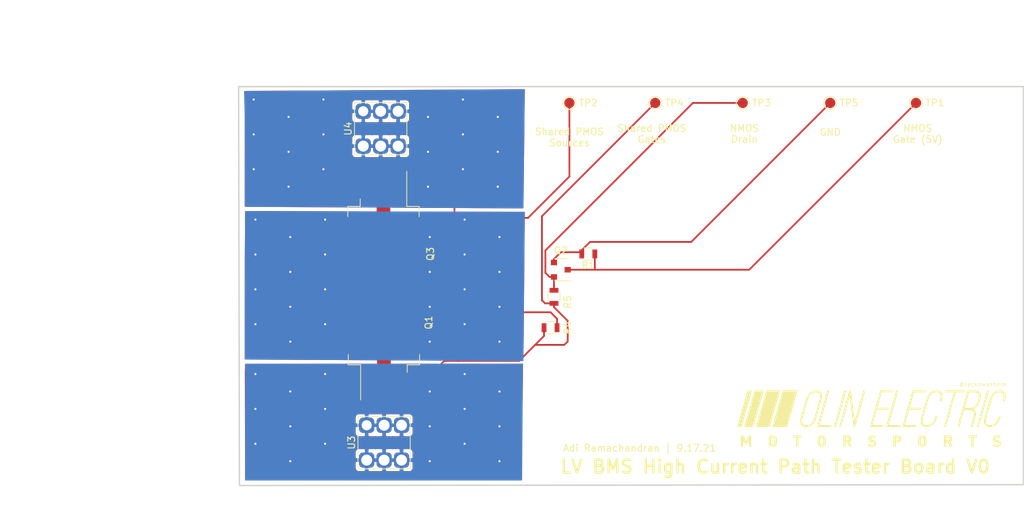
<source format=kicad_pcb>
(kicad_pcb (version 20171130) (host pcbnew 5.1.9-73d0e3b20d~88~ubuntu20.04.1)

  (general
    (thickness 1.6)
    (drawings 18)
    (tracks 113)
    (zones 0)
    (modules 14)
    (nets 8)
  )

  (page A4)
  (layers
    (0 F.Cu power)
    (1 In1.Cu power)
    (2 In2.Cu power)
    (31 B.Cu power)
    (32 B.Adhes user)
    (33 F.Adhes user)
    (34 B.Paste user)
    (35 F.Paste user)
    (36 B.SilkS user)
    (37 F.SilkS user)
    (38 B.Mask user)
    (39 F.Mask user)
    (40 Dwgs.User user)
    (41 Cmts.User user)
    (42 Eco1.User user)
    (43 Eco2.User user)
    (44 Edge.Cuts user)
    (45 Margin user)
    (46 B.CrtYd user)
    (47 F.CrtYd user)
    (48 B.Fab user)
    (49 F.Fab user)
  )

  (setup
    (last_trace_width 0.254)
    (user_trace_width 0.254)
    (user_trace_width 0.381)
    (user_trace_width 2)
    (user_trace_width 40)
    (trace_clearance 0.1524)
    (zone_clearance 0.1524)
    (zone_45_only no)
    (trace_min 0.1524)
    (via_size 0.6096)
    (via_drill 0.3048)
    (via_min_size 0.6096)
    (via_min_drill 0.3048)
    (user_via 0.6096 0.3048)
    (uvia_size 0.3)
    (uvia_drill 0.1)
    (uvias_allowed no)
    (uvia_min_size 0.2)
    (uvia_min_drill 0.1)
    (edge_width 0.2)
    (segment_width 0.2)
    (pcb_text_width 0.3)
    (pcb_text_size 1.5 1.5)
    (mod_edge_width 0.15)
    (mod_text_size 1 1)
    (mod_text_width 0.15)
    (pad_size 1.524 1.524)
    (pad_drill 0.762)
    (pad_to_mask_clearance 0.051)
    (solder_mask_min_width 0.25)
    (aux_axis_origin 0 0)
    (visible_elements FFFFFF7F)
    (pcbplotparams
      (layerselection 0x010fc_ffffffff)
      (usegerberextensions false)
      (usegerberattributes false)
      (usegerberadvancedattributes false)
      (creategerberjobfile false)
      (excludeedgelayer true)
      (linewidth 0.100000)
      (plotframeref false)
      (viasonmask false)
      (mode 1)
      (useauxorigin false)
      (hpglpennumber 1)
      (hpglpenspeed 20)
      (hpglpendiameter 15.000000)
      (psnegative false)
      (psa4output false)
      (plotreference true)
      (plotvalue true)
      (plotinvisibletext false)
      (padsonsilk false)
      (subtractmaskfromsilk false)
      (outputformat 1)
      (mirror false)
      (drillshape 0)
      (scaleselection 1)
      (outputdirectory "2_26_2019/"))
  )

  (net 0 "")
  (net 1 GND)
  (net 2 "Net-(Q1-Pad1)")
  (net 3 "Net-(Q1-Pad2)")
  (net 4 "Net-(Q1-Pad3)")
  (net 5 "Net-(Q3-Pad3)")
  (net 6 "Net-(Q2-Pad1)")
  (net 7 "Net-(Q2-Pad3)")

  (net_class Default "This is the default net class."
    (clearance 0.1524)
    (trace_width 0.1524)
    (via_dia 0.6096)
    (via_drill 0.3048)
    (uvia_dia 0.3)
    (uvia_drill 0.1)
    (add_net GND)
    (add_net "Net-(Q1-Pad1)")
    (add_net "Net-(Q1-Pad2)")
    (add_net "Net-(Q1-Pad3)")
    (add_net "Net-(Q2-Pad1)")
    (add_net "Net-(Q2-Pad3)")
    (add_net "Net-(Q3-Pad3)")
  )

  (module footprints:Logo_Large (layer F.Cu) (tedit 0) (tstamp 5C6E93E0)
    (at 190.5 125)
    (fp_text reference G*** (at 0 0) (layer B.SilkS) hide
      (effects (font (size 1.524 1.524) (thickness 0.3)) (justify mirror))
    )
    (fp_text value LOGO (at 0.75 0) (layer B.SilkS) hide
      (effects (font (size 1.524 1.524) (thickness 0.3)) (justify mirror))
    )
    (fp_poly (pts (xy -14.269056 2.445555) (xy -14.130943 2.477693) (xy -14.012867 2.544457) (xy -13.923681 2.626981)
      (xy -13.862089 2.706125) (xy -13.817602 2.795727) (xy -13.788451 2.90426) (xy -13.772863 3.040195)
      (xy -13.769069 3.212004) (xy -13.772246 3.351486) (xy -13.784625 3.547255) (xy -13.808786 3.700772)
      (xy -13.848274 3.819915) (xy -13.906633 3.912561) (xy -13.98741 3.986587) (xy -14.0843 4.044877)
      (xy -14.181424 4.078725) (xy -14.305424 4.100438) (xy -14.434865 4.108093) (xy -14.548313 4.099766)
      (xy -14.588906 4.090143) (xy -14.731498 4.018998) (xy -14.85126 3.908694) (xy -14.924399 3.795694)
      (xy -14.948516 3.744477) (xy -14.965706 3.698571) (xy -14.976933 3.6485) (xy -14.983164 3.584784)
      (xy -14.985362 3.497948) (xy -14.984493 3.378514) (xy -14.981818 3.231871) (xy -14.981684 3.225681)
      (xy -14.655022 3.225681) (xy -14.651176 3.353568) (xy -14.642237 3.476673) (xy -14.629013 3.581797)
      (xy -14.612314 3.65574) (xy -14.603252 3.676361) (xy -14.552297 3.729247) (xy -14.478327 3.777255)
      (xy -14.404838 3.806288) (xy -14.381489 3.809421) (xy -14.337138 3.798811) (xy -14.275766 3.772394)
      (xy -14.273969 3.77147) (xy -14.215857 3.734133) (xy -14.17412 3.686102) (xy -14.146563 3.619354)
      (xy -14.130989 3.525867) (xy -14.125202 3.397618) (xy -14.126828 3.233896) (xy -14.1351 2.891305)
      (xy -14.218051 2.817252) (xy -14.315535 2.757293) (xy -14.413551 2.743789) (xy -14.504042 2.773125)
      (xy -14.578951 2.84169) (xy -14.630217 2.945868) (xy -14.644196 3.008354) (xy -14.652965 3.10621)
      (xy -14.655022 3.225681) (xy -14.981684 3.225681) (xy -14.978405 3.074384) (xy -14.974488 2.958726)
      (xy -14.968752 2.875928) (xy -14.959877 2.817027) (xy -14.946548 2.773056) (xy -14.927446 2.735049)
      (xy -14.903234 2.697026) (xy -14.804937 2.578722) (xy -14.68889 2.500271) (xy -14.545096 2.456222)
      (xy -14.438917 2.443881) (xy -14.269056 2.445555)) (layer F.SilkS) (width 0.01))
    (fp_poly (pts (xy -7.070179 2.455073) (xy -6.925513 2.511184) (xy -6.800357 2.602603) (xy -6.718693 2.704149)
      (xy -6.688937 2.754116) (xy -6.667857 2.798752) (xy -6.653699 2.848327) (xy -6.644707 2.913111)
      (xy -6.639128 3.003375) (xy -6.635205 3.129388) (xy -6.633455 3.20298) (xy -6.631752 3.401864)
      (xy -6.638265 3.558514) (xy -6.655021 3.681118) (xy -6.684046 3.777864) (xy -6.727368 3.856939)
      (xy -6.787014 3.92653) (xy -6.820221 3.957376) (xy -6.966312 4.053423) (xy -7.132728 4.10405)
      (xy -7.315544 4.108472) (xy -7.452131 4.083404) (xy -7.554099 4.036109) (xy -7.657253 3.954996)
      (xy -7.747159 3.854585) (xy -7.809385 3.749398) (xy -7.823028 3.710237) (xy -7.835992 3.628022)
      (xy -7.84377 3.501892) (xy -7.846075 3.338496) (xy -7.84586 3.321881) (xy -7.503689 3.321881)
      (xy -7.501571 3.451899) (xy -7.496271 3.542178) (xy -7.486136 3.603753) (xy -7.469515 3.647663)
      (xy -7.45044 3.677481) (xy -7.363712 3.76151) (xy -7.267602 3.798709) (xy -7.169392 3.788463)
      (xy -7.076363 3.730156) (xy -7.05723 3.710724) (xy -7.019613 3.660707) (xy -6.995397 3.601067)
      (xy -6.979531 3.516066) (xy -6.97172 3.444224) (xy -6.964006 3.278269) (xy -6.97059 3.117084)
      (xy -6.990229 2.976585) (xy -7.015173 2.888052) (xy -7.067235 2.816293) (xy -7.149773 2.763852)
      (xy -7.24291 2.743296) (xy -7.244089 2.743294) (xy -7.305039 2.756452) (xy -7.376171 2.788451)
      (xy -7.383672 2.792883) (xy -7.429275 2.828395) (xy -7.462239 2.876142) (xy -7.484353 2.94401)
      (xy -7.497405 3.039884) (xy -7.503185 3.171649) (xy -7.503689 3.321881) (xy -7.84586 3.321881)
      (xy -7.844445 3.212859) (xy -7.840808 3.064704) (xy -7.836408 2.95729) (xy -7.829561 2.880564)
      (xy -7.818587 2.824475) (xy -7.801801 2.778973) (xy -7.777523 2.734004) (xy -7.759308 2.704145)
      (xy -7.657173 2.583714) (xy -7.527853 2.498591) (xy -7.380688 2.448777) (xy -7.225017 2.434271)
      (xy -7.070179 2.455073)) (layer F.SilkS) (width 0.01))
    (fp_poly (pts (xy 0.302534 2.451836) (xy 0.448327 2.48775) (xy 0.565703 2.543216) (xy 0.63306 2.601024)
      (xy 0.649824 2.629804) (xy 0.64345 2.660198) (xy 0.608433 2.704376) (xy 0.567068 2.746883)
      (xy 0.464917 2.849035) (xy 0.366185 2.796117) (xy 0.253234 2.754167) (xy 0.134838 2.740743)
      (xy 0.026401 2.75551) (xy -0.056674 2.798129) (xy -0.064655 2.805545) (xy -0.116503 2.876302)
      (xy -0.122168 2.945579) (xy -0.102306 2.995881) (xy -0.080218 3.027172) (xy -0.04613 3.051065)
      (xy 0.009853 3.071265) (xy 0.097627 3.091475) (xy 0.207983 3.112026) (xy 0.377602 3.150885)
      (xy 0.503776 3.202254) (xy 0.593339 3.271382) (xy 0.653126 3.363518) (xy 0.689562 3.48192)
      (xy 0.700672 3.646603) (xy 0.664939 3.794467) (xy 0.58449 3.921026) (xy 0.461453 4.021794)
      (xy 0.42348 4.042844) (xy 0.321801 4.077626) (xy 0.188779 4.099642) (xy 0.042512 4.107799)
      (xy -0.098903 4.101003) (xy -0.207758 4.081002) (xy -0.294592 4.047884) (xy -0.380469 4.001306)
      (xy -0.452662 3.949901) (xy -0.498439 3.902303) (xy -0.508 3.877362) (xy -0.491001 3.84314)
      (xy -0.447304 3.788979) (xy -0.408279 3.748333) (xy -0.308557 3.650958) (xy -0.242884 3.702616)
      (xy -0.132092 3.76291) (xy -0.000262 3.794301) (xy 0.135191 3.795476) (xy 0.256854 3.765121)
      (xy 0.29845 3.743421) (xy 0.34099 3.689867) (xy 0.356403 3.613996) (xy 0.343198 3.537345)
      (xy 0.315685 3.494314) (xy 0.282447 3.462818) (xy 0.271235 3.454365) (xy 0.210174 3.447665)
      (xy 0.117504 3.430666) (xy 0.009271 3.407098) (xy -0.098479 3.380694) (xy -0.1897 3.355186)
      (xy -0.248346 3.334307) (xy -0.251448 3.332797) (xy -0.346954 3.257755) (xy -0.413082 3.151546)
      (xy -0.44858 3.025309) (xy -0.452197 2.890181) (xy -0.422679 2.757299) (xy -0.358776 2.637801)
      (xy -0.333094 2.606647) (xy -0.233547 2.522172) (xy -0.112366 2.468676) (xy 0.039833 2.442834)
      (xy 0.1397 2.439205) (xy 0.302534 2.451836)) (layer F.SilkS) (width 0.01))
    (fp_poly (pts (xy 7.614668 2.459018) (xy 7.767524 2.517651) (xy 7.888374 2.6156) (xy 7.977526 2.753051)
      (xy 7.988924 2.778852) (xy 8.012499 2.864229) (xy 8.030625 2.986361) (xy 8.042589 3.131422)
      (xy 8.047678 3.285588) (xy 8.04518 3.435034) (xy 8.034382 3.565937) (xy 8.030787 3.591094)
      (xy 7.987786 3.760304) (xy 7.915498 3.892459) (xy 7.809355 3.994886) (xy 7.758368 4.028023)
      (xy 7.633675 4.079049) (xy 7.486375 4.106151) (xy 7.337602 4.107332) (xy 7.20849 4.080594)
      (xy 7.207198 4.080115) (xy 7.054006 3.998286) (xy 6.935336 3.881713) (xy 6.880168 3.79164)
      (xy 6.856957 3.739922) (xy 6.840689 3.688868) (xy 6.830131 3.628126) (xy 6.824053 3.547346)
      (xy 6.821224 3.436176) (xy 6.821003 3.39583) (xy 7.165293 3.39583) (xy 7.1731 3.529837)
      (xy 7.192143 3.627912) (xy 7.224419 3.697231) (xy 7.271925 3.744967) (xy 7.320599 3.771732)
      (xy 7.387138 3.798825) (xy 7.43269 3.805961) (xy 7.482426 3.793269) (xy 7.532829 3.772814)
      (xy 7.596128 3.736039) (xy 7.641585 3.68172) (xy 7.671688 3.602298) (xy 7.688927 3.490216)
      (xy 7.695788 3.337916) (xy 7.6962 3.2766) (xy 7.691984 3.109995) (xy 7.679602 2.985668)
      (xy 7.660783 2.910803) (xy 7.597341 2.813048) (xy 7.511799 2.756848) (xy 7.413677 2.744417)
      (xy 7.312495 2.777966) (xy 7.25845 2.8173) (xy 7.1755 2.8914) (xy 7.166727 3.218718)
      (xy 7.165293 3.39583) (xy 6.821003 3.39583) (xy 6.820418 3.2893) (xy 6.822194 3.108495)
      (xy 6.829458 2.969057) (xy 6.84428 2.861665) (xy 6.868728 2.777001) (xy 6.904872 2.705745)
      (xy 6.95478 2.638579) (xy 6.96842 2.622734) (xy 7.077364 2.526317) (xy 7.206309 2.467091)
      (xy 7.364651 2.441321) (xy 7.4295 2.439515) (xy 7.614668 2.459018)) (layer F.SilkS) (width 0.01))
    (fp_poly (pts (xy 18.497553 2.450792) (xy 18.557872 2.463561) (xy 18.642526 2.497205) (xy 18.723145 2.540408)
      (xy 18.786486 2.584795) (xy 18.819307 2.621994) (xy 18.821226 2.630095) (xy 18.804433 2.661587)
      (xy 18.761201 2.713509) (xy 18.72511 2.750714) (xy 18.62882 2.844738) (xy 18.529239 2.793969)
      (xy 18.413142 2.75183) (xy 18.299581 2.740154) (xy 18.198117 2.756416) (xy 18.118312 2.79809)
      (xy 18.069727 2.862651) (xy 18.0594 2.918052) (xy 18.070857 2.980913) (xy 18.109624 3.029105)
      (xy 18.18229 3.066654) (xy 18.295448 3.097584) (xy 18.379603 3.113627) (xy 18.543829 3.149651)
      (xy 18.665419 3.195998) (xy 18.75223 3.25742) (xy 18.812119 3.338669) (xy 18.834672 3.388864)
      (xy 18.870477 3.544246) (xy 18.862293 3.695973) (xy 18.813364 3.834946) (xy 18.726934 3.952062)
      (xy 18.606245 4.038219) (xy 18.602636 4.039986) (xy 18.490811 4.0774) (xy 18.34973 4.100923)
      (xy 18.199435 4.108932) (xy 18.059966 4.099804) (xy 18.001855 4.088635) (xy 17.898739 4.054691)
      (xy 17.79737 4.008072) (xy 17.715408 3.957731) (xy 17.678942 3.924953) (xy 17.664443 3.897482)
      (xy 17.672889 3.865839) (xy 17.70977 3.81892) (xy 17.754604 3.771895) (xy 17.864424 3.659997)
      (xy 17.931959 3.708086) (xy 18.031767 3.758637) (xy 18.154284 3.792353) (xy 18.274625 3.803557)
      (xy 18.328508 3.798523) (xy 18.414083 3.766901) (xy 18.487005 3.713051) (xy 18.533104 3.649435)
      (xy 18.542 3.610768) (xy 18.527748 3.544067) (xy 18.481194 3.493088) (xy 18.396643 3.454267)
      (xy 18.268396 3.424039) (xy 18.234436 3.418298) (xy 18.060414 3.382307) (xy 17.929823 3.334782)
      (xy 17.835762 3.271072) (xy 17.771329 3.186525) (xy 17.730121 3.078372) (xy 17.71112 2.91789)
      (xy 17.739099 2.768027) (xy 17.811418 2.635991) (xy 17.925434 2.528994) (xy 17.933341 2.523661)
      (xy 17.997442 2.486765) (xy 18.064214 2.463774) (xy 18.1507 2.450353) (xy 18.248656 2.443426)
      (xy 18.383731 2.441769) (xy 18.497553 2.450792)) (layer F.SilkS) (width 0.01))
    (fp_poly (pts (xy -18.481754 2.869475) (xy -18.272532 3.30055) (xy -17.8603 2.4384) (xy -17.526 2.4384)
      (xy -17.526 4.0894) (xy -17.8562 4.0894) (xy -17.859152 3.1877) (xy -18.003206 3.47345)
      (xy -18.147261 3.7592) (xy -18.40334 3.7592) (xy -18.547395 3.47345) (xy -18.691449 3.1877)
      (xy -18.692925 3.63855) (xy -18.6944 4.0894) (xy -19.0246 4.0894) (xy -19.0246 2.4384)
      (xy -18.690977 2.4384) (xy -18.481754 2.869475)) (layer F.SilkS) (width 0.01))
    (fp_poly (pts (xy -10.2108 2.7432) (xy -10.6426 2.7432) (xy -10.6426 4.0894) (xy -10.9728 4.0894)
      (xy -10.9728 2.7432) (xy -11.4046 2.7432) (xy -11.4046 2.4384) (xy -10.2108 2.4384)
      (xy -10.2108 2.7432)) (layer F.SilkS) (width 0.01))
    (fp_poly (pts (xy -3.74015 2.439005) (xy -3.602774 2.44086) (xy -3.475334 2.445503) (xy -3.370703 2.452268)
      (xy -3.301753 2.460492) (xy -3.294347 2.462025) (xy -3.149982 2.519459) (xy -3.035019 2.613374)
      (xy -2.95414 2.73587) (xy -2.912022 2.87905) (xy -2.913347 3.035014) (xy -2.92393 3.087211)
      (xy -2.957591 3.17198) (xy -3.010757 3.255948) (xy -3.072801 3.326252) (xy -3.133097 3.370023)
      (xy -3.164273 3.3782) (xy -3.172089 3.393792) (xy -3.157815 3.442563) (xy -3.120209 3.527508)
      (xy -3.058032 3.65162) (xy -3.023727 3.717215) (xy -2.961388 3.836374) (xy -2.908502 3.939456)
      (xy -2.869207 4.018236) (xy -2.847642 4.064489) (xy -2.8448 4.072815) (xy -2.868174 4.08058)
      (xy -2.93021 4.086399) (xy -3.018776 4.089263) (xy -3.04432 4.0894) (xy -3.243839 4.0894)
      (xy -3.39357 3.772185) (xy -3.5433 3.454971) (xy -3.65125 3.454685) (xy -3.7592 3.4544)
      (xy -3.7592 4.0894) (xy -4.0894 4.0894) (xy -4.0894 3.1496) (xy -3.7592 3.1496)
      (xy -3.567546 3.1496) (xy -3.465583 3.147701) (xy -3.399601 3.139591) (xy -3.354847 3.121649)
      (xy -3.316569 3.090253) (xy -3.313546 3.087254) (xy -3.261314 3.006405) (xy -3.259268 2.920611)
      (xy -3.307452 2.833074) (xy -3.310065 2.829999) (xy -3.346434 2.794156) (xy -3.389115 2.771902)
      (xy -3.452417 2.758677) (xy -3.550648 2.74992) (xy -3.564065 2.749042) (xy -3.7592 2.736519)
      (xy -3.7592 3.1496) (xy -4.0894 3.1496) (xy -4.0894 2.4384) (xy -3.74015 2.439005)) (layer F.SilkS) (width 0.01))
    (fp_poly (pts (xy 3.56235 2.438541) (xy 3.741079 2.44057) (xy 3.878749 2.447597) (xy 3.984992 2.461274)
      (xy 4.069437 2.483252) (xy 4.141716 2.515181) (xy 4.193987 2.54682) (xy 4.284288 2.634927)
      (xy 4.350496 2.755582) (xy 4.388679 2.894705) (xy 4.394904 3.038216) (xy 4.367184 3.166996)
      (xy 4.293487 3.294815) (xy 4.181615 3.389168) (xy 4.031545 3.450065) (xy 3.843251 3.477521)
      (xy 3.77825 3.479242) (xy 3.556 3.4798) (xy 3.556 4.0894) (xy 3.2004 4.0894)
      (xy 3.2004 2.7432) (xy 3.556 2.7432) (xy 3.556 3.175) (xy 3.730374 3.175)
      (xy 3.837566 3.171014) (xy 3.909827 3.156887) (xy 3.962557 3.129364) (xy 3.96882 3.124601)
      (xy 4.033945 3.046316) (xy 4.051504 2.955399) (xy 4.02721 2.872734) (xy 3.966367 2.803675)
      (xy 3.867333 2.761062) (xy 3.727102 2.743735) (xy 3.691909 2.7432) (xy 3.556 2.7432)
      (xy 3.2004 2.7432) (xy 3.2004 2.4384) (xy 3.56235 2.438541)) (layer F.SilkS) (width 0.01))
    (fp_poly (pts (xy 10.92835 2.438541) (xy 11.114229 2.44102) (xy 11.258509 2.449403) (xy 11.370212 2.465355)
      (xy 11.458363 2.490542) (xy 11.531983 2.526629) (xy 11.578814 2.558595) (xy 11.668339 2.655756)
      (xy 11.729389 2.782705) (xy 11.75842 2.92497) (xy 11.75189 3.068078) (xy 11.725553 3.157951)
      (xy 11.682836 3.227702) (xy 11.618215 3.300516) (xy 11.548702 3.359102) (xy 11.503979 3.383173)
      (xy 11.503698 3.408638) (xy 11.527283 3.473607) (xy 11.572887 3.573776) (xy 11.638661 3.704839)
      (xy 11.657659 3.741202) (xy 11.840835 4.0894) (xy 11.426512 4.0894) (xy 11.122758 3.4544)
      (xy 10.922 3.4544) (xy 10.922 4.0894) (xy 10.5664 4.0894) (xy 10.5664 2.7432)
      (xy 10.922 2.7432) (xy 10.922 3.1496) (xy 11.10615 3.148792) (xy 11.216084 3.143497)
      (xy 11.297874 3.129919) (xy 11.333751 3.114972) (xy 11.393392 3.041574) (xy 11.412848 2.951896)
      (xy 11.392585 2.871526) (xy 11.331214 2.802778) (xy 11.230566 2.760445) (xy 11.088217 2.743597)
      (xy 11.057909 2.7432) (xy 10.922 2.7432) (xy 10.5664 2.7432) (xy 10.5664 2.4384)
      (xy 10.92835 2.438541)) (layer F.SilkS) (width 0.01))
    (fp_poly (pts (xy 15.3416 2.7432) (xy 14.9098 2.7432) (xy 14.9098 4.0894) (xy 14.5542 4.0894)
      (xy 14.5542 2.7432) (xy 14.1478 2.7432) (xy 14.1478 2.4384) (xy 15.3416 2.4384)
      (xy 15.3416 2.7432)) (layer F.SilkS) (width 0.01))
    (fp_poly (pts (xy -17.59319 -4.114493) (xy -17.50804 -4.112501) (xy -17.457319 -4.10722) (xy -17.432842 -4.097044)
      (xy -17.426424 -4.080368) (xy -17.42948 -4.057651) (xy -17.437846 -4.025909) (xy -17.459297 -3.948592)
      (xy -17.492907 -3.828955) (xy -17.537751 -3.670252) (xy -17.592903 -3.475737) (xy -17.657436 -3.248666)
      (xy -17.730426 -2.992292) (xy -17.810945 -2.70987) (xy -17.89807 -2.404654) (xy -17.990873 -2.0799)
      (xy -18.088429 -1.738862) (xy -18.188091 -1.390803) (xy -18.9357 1.218895) (xy -19.245636 1.219047)
      (xy -19.555571 1.2192) (xy -19.523003 1.110984) (xy -19.511629 1.072046) (xy -19.487232 0.987649)
      (xy -19.450782 0.861169) (xy -19.403249 0.695982) (xy -19.345603 0.495464) (xy -19.278812 0.26299)
      (xy -19.203847 0.001937) (xy -19.121678 -0.28432) (xy -19.033274 -0.592404) (xy -18.939605 -0.918939)
      (xy -18.84164 -1.26055) (xy -18.756932 -1.556016) (xy -18.023429 -4.1148) (xy -17.720954 -4.1148)
      (xy -17.59319 -4.114493)) (layer F.SilkS) (width 0.01))
    (fp_poly (pts (xy -15.880786 -4.110916) (xy -15.800293 -4.10852) (xy -15.748163 -4.104033) (xy -15.718788 -4.097122)
      (xy -15.70656 -4.087453) (xy -15.70587 -4.074693) (xy -15.706902 -4.070783) (xy -15.715632 -4.040545)
      (xy -15.737376 -3.96481) (xy -15.771177 -3.84692) (xy -15.816078 -3.690221) (xy -15.871122 -3.498055)
      (xy -15.93535 -3.273766) (xy -16.007806 -3.020697) (xy -16.087532 -2.742192) (xy -16.173571 -2.441594)
      (xy -16.264965 -2.122247) (xy -16.360757 -1.787494) (xy -16.421615 -1.5748) (xy -16.520567 -1.229004)
      (xy -16.616356 -0.894336) (xy -16.707958 -0.574373) (xy -16.794349 -0.272689) (xy -16.874504 0.007142)
      (xy -16.947398 0.261544) (xy -17.012009 0.486943) (xy -17.06731 0.679764) (xy -17.112278 0.836432)
      (xy -17.145889 0.953373) (xy -17.167117 1.027011) (xy -17.17314 1.04775) (xy -17.223352 1.2192)
      (xy -17.869976 1.2192) (xy -18.077237 1.218651) (xy -18.238321 1.216854) (xy -18.357841 1.213582)
      (xy -18.44041 1.208608) (xy -18.490639 1.201705) (xy -18.513143 1.192645) (xy -18.515451 1.18745)
      (xy -18.508415 1.159225) (xy -18.488229 1.085384) (xy -18.455804 0.969126) (xy -18.412048 0.813652)
      (xy -18.357872 0.62216) (xy -18.294184 0.39785) (xy -18.221896 0.143922) (xy -18.141917 -0.136425)
      (xy -18.055156 -0.439991) (xy -17.962523 -0.763577) (xy -17.864929 -1.103983) (xy -17.763282 -1.458009)
      (xy -17.758917 -1.4732) (xy -17.003534 -4.1021) (xy -16.348518 -4.108883) (xy -16.14929 -4.110764)
      (xy -15.995249 -4.111553) (xy -15.880786 -4.110916)) (layer F.SilkS) (width 0.01))
    (fp_poly (pts (xy -14.047721 -4.114689) (xy -13.843161 -4.114216) (xy -13.680219 -4.113172) (xy -13.554302 -4.111349)
      (xy -13.460821 -4.108539) (xy -13.395183 -4.104533) (xy -13.352798 -4.099122) (xy -13.329073 -4.092098)
      (xy -13.319419 -4.083252) (xy -13.319243 -4.072377) (xy -13.319814 -4.07035) (xy -13.328538 -4.040319)
      (xy -13.350311 -3.964705) (xy -13.384201 -3.846764) (xy -13.429273 -3.689751) (xy -13.484594 -3.496921)
      (xy -13.549231 -3.271529) (xy -13.622251 -3.016831) (xy -13.702719 -2.736082) (xy -13.789703 -2.432537)
      (xy -13.88227 -2.109452) (xy -13.979485 -1.770081) (xy -14.07179 -1.4478) (xy -14.172442 -1.096373)
      (xy -14.269296 -0.758249) (xy -14.36142 -0.436685) (xy -14.447879 -0.134936) (xy -14.527742 0.143742)
      (xy -14.600075 0.396096) (xy -14.663945 0.618869) (xy -14.718418 0.808806) (xy -14.762561 0.962653)
      (xy -14.795442 1.077153) (xy -14.816128 1.149052) (xy -14.823577 1.17475) (xy -14.829827 1.186013)
      (xy -14.844241 1.195204) (xy -14.871543 1.202531) (xy -14.916455 1.208204) (xy -14.983702 1.212431)
      (xy -15.078005 1.215421) (xy -15.204089 1.217384) (xy -15.366676 1.218529) (xy -15.57049 1.219064)
      (xy -15.820254 1.219199) (xy -15.827624 1.2192) (xy -16.078148 1.219088) (xy -16.282466 1.218614)
      (xy -16.44517 1.217569) (xy -16.570854 1.215743) (xy -16.664111 1.212928) (xy -16.729533 1.208915)
      (xy -16.771715 1.203493) (xy -16.795248 1.196455) (xy -16.804727 1.187591) (xy -16.804744 1.176693)
      (xy -16.804176 1.17475) (xy -16.794462 1.141788) (xy -16.772073 1.064517) (xy -16.73811 0.946779)
      (xy -16.693676 0.792415) (xy -16.63987 0.605269) (xy -16.577793 0.389181) (xy -16.508547 0.147996)
      (xy -16.433232 -0.114447) (xy -16.35295 -0.394303) (xy -16.2688 -0.687731) (xy -16.181886 -0.99089)
      (xy -16.093306 -1.299936) (xy -16.004162 -1.611027) (xy -15.915556 -1.920322) (xy -15.828588 -2.223977)
      (xy -15.744358 -2.518152) (xy -15.663969 -2.799003) (xy -15.58852 -3.062689) (xy -15.519113 -3.305367)
      (xy -15.456849 -3.523196) (xy -15.402829 -3.712332) (xy -15.358154 -3.868934) (xy -15.323924 -3.98916)
      (xy -15.301241 -4.069167) (xy -15.291205 -4.105114) (xy -15.2908 -4.106759) (xy -15.266307 -4.108533)
      (xy -15.196455 -4.110171) (xy -15.086683 -4.11163) (xy -14.942434 -4.112865) (xy -14.769147 -4.113832)
      (xy -14.572262 -4.114487) (xy -14.357222 -4.114786) (xy -14.298489 -4.1148) (xy -14.047721 -4.114689)) (layer F.SilkS) (width 0.01))
    (fp_poly (pts (xy -10.781312 -4.044951) (xy -10.790347 -4.011428) (xy -10.812472 -3.932369) (xy -10.846748 -3.81106)
      (xy -10.892238 -3.650789) (xy -10.948004 -3.454844) (xy -11.013107 -3.226513) (xy -11.086609 -2.969083)
      (xy -11.167573 -2.685841) (xy -11.255061 -2.380076) (xy -11.348134 -2.055075) (xy -11.445854 -1.714126)
      (xy -11.540459 -1.3843) (xy -12.283857 1.2065) (xy -13.357329 1.213127) (xy -13.619031 1.214646)
      (xy -13.834359 1.215564) (xy -14.007736 1.215721) (xy -14.143588 1.214958) (xy -14.246338 1.213116)
      (xy -14.320409 1.210035) (xy -14.370226 1.205558) (xy -14.400212 1.199523) (xy -14.414793 1.191774)
      (xy -14.418391 1.18215) (xy -14.417002 1.175027) (xy -14.408255 1.144957) (xy -14.386459 1.069305)
      (xy -14.352547 0.951327) (xy -14.307453 0.794279) (xy -14.25211 0.601416) (xy -14.187452 0.375993)
      (xy -14.114414 0.121267) (xy -14.033928 -0.159507) (xy -13.946928 -0.463073) (xy -13.854348 -0.786176)
      (xy -13.757121 -1.125559) (xy -13.664822 -1.4478) (xy -13.564166 -1.799227) (xy -13.467309 -2.13735)
      (xy -13.375186 -2.458912) (xy -13.288728 -2.760661) (xy -13.208869 -3.039339) (xy -13.136542 -3.291692)
      (xy -13.072681 -3.514465) (xy -13.018217 -3.704403) (xy -12.974084 -3.85825) (xy -12.941215 -3.972751)
      (xy -12.920544 -4.044651) (xy -12.913109 -4.07035) (xy -12.907085 -4.081239) (xy -12.893131 -4.090195)
      (xy -12.866698 -4.097408) (xy -12.823239 -4.103065) (xy -12.758208 -4.107351) (xy -12.667056 -4.110454)
      (xy -12.545236 -4.112562) (xy -12.388201 -4.113862) (xy -12.191404 -4.114539) (xy -11.950297 -4.114783)
      (xy -11.832671 -4.1148) (xy -10.765564 -4.1148) (xy -10.781312 -4.044951)) (layer F.SilkS) (width 0.01))
    (fp_poly (pts (xy -7.904357 -4.108189) (xy -7.705383 -4.071035) (xy -7.532953 -4.00104) (xy -7.391768 -3.89981)
      (xy -7.286526 -3.768953) (xy -7.250672 -3.697323) (xy -7.216979 -3.578323) (xy -7.197529 -3.426128)
      (xy -7.193221 -3.256558) (xy -7.204953 -3.085434) (xy -7.212755 -3.029716) (xy -7.226981 -2.960811)
      (xy -7.253925 -2.849172) (xy -7.292015 -2.700351) (xy -7.339683 -2.519899) (xy -7.39536 -2.313367)
      (xy -7.457476 -2.086306) (xy -7.524461 -1.844267) (xy -7.594748 -1.592802) (xy -7.666765 -1.33746)
      (xy -7.738944 -1.083794) (xy -7.809716 -0.837354) (xy -7.87751 -0.603692) (xy -7.940759 -0.388359)
      (xy -7.997892 -0.196905) (xy -8.04734 -0.034882) (xy -8.087534 0.092159) (xy -8.116905 0.178667)
      (xy -8.127608 0.20633) (xy -8.262729 0.471578) (xy -8.425861 0.701016) (xy -8.613901 0.891752)
      (xy -8.82375 1.040894) (xy -9.052306 1.145551) (xy -9.171764 1.180089) (xy -9.316098 1.203895)
      (xy -9.480435 1.214956) (xy -9.645322 1.213145) (xy -9.791304 1.198332) (xy -9.856456 1.184605)
      (xy -10.033281 1.113968) (xy -10.174555 1.007432) (xy -10.279306 0.865872) (xy -10.324602 0.763412)
      (xy -10.345354 0.671071) (xy -10.358166 0.544166) (xy -10.362803 0.398344) (xy -10.360083 0.290917)
      (xy -10.082577 0.290917) (xy -10.078632 0.441366) (xy -10.060457 0.570232) (xy -10.035793 0.6477)
      (xy -9.968946 0.761471) (xy -9.884263 0.843705) (xy -9.774686 0.897616) (xy -9.633159 0.926415)
      (xy -9.452627 0.933316) (xy -9.4107 0.932335) (xy -9.282751 0.926254) (xy -9.188559 0.915262)
      (xy -9.111104 0.89597) (xy -9.033369 0.864987) (xy -9.0043 0.851404) (xy -8.865621 0.772262)
      (xy -8.741576 0.672408) (xy -8.62949 0.547388) (xy -8.526686 0.392749) (xy -8.43049 0.204038)
      (xy -8.338225 -0.023199) (xy -8.247217 -0.293415) (xy -8.179943 -0.5207) (xy -8.05911 -0.948707)
      (xy -7.951787 -1.330161) (xy -7.857362 -1.667309) (xy -7.775224 -1.962399) (xy -7.704762 -2.217675)
      (xy -7.645365 -2.435384) (xy -7.596423 -2.617773) (xy -7.557323 -2.767087) (xy -7.527456 -2.885574)
      (xy -7.50621 -2.975479) (xy -7.492973 -3.039048) (xy -7.489685 -3.058248) (xy -7.474317 -3.267129)
      (xy -7.497016 -3.44652) (xy -7.557172 -3.594611) (xy -7.654177 -3.709594) (xy -7.72546 -3.759473)
      (xy -7.779984 -3.787863) (xy -7.833162 -3.806268) (xy -7.898015 -3.816802) (xy -7.987562 -3.821575)
      (xy -8.114825 -3.8227) (xy -8.1153 -3.8227) (xy -8.244566 -3.821428) (xy -8.337662 -3.816049)
      (xy -8.409189 -3.804216) (xy -8.473748 -3.783585) (xy -8.540381 -3.754425) (xy -8.6368 -3.704643)
      (xy -8.729885 -3.6492) (xy -8.778466 -3.615669) (xy -8.868242 -3.529929) (xy -8.964579 -3.408958)
      (xy -9.05865 -3.265941) (xy -9.141632 -3.114062) (xy -9.194409 -2.994247) (xy -9.213645 -2.937778)
      (xy -9.244866 -2.838019) (xy -9.286457 -2.700626) (xy -9.336799 -2.531255) (xy -9.394275 -2.335559)
      (xy -9.457268 -2.119195) (xy -9.524159 -1.887817) (xy -9.593333 -1.647081) (xy -9.663171 -1.402642)
      (xy -9.732055 -1.160156) (xy -9.798369 -0.925276) (xy -9.860494 -0.703659) (xy -9.916814 -0.50096)
      (xy -9.96571 -0.322834) (xy -10.005566 -0.174935) (xy -10.034764 -0.062921) (xy -10.046777 -0.014089)
      (xy -10.072043 0.134044) (xy -10.082577 0.290917) (xy -10.360083 0.290917) (xy -10.359028 0.249253)
      (xy -10.346603 0.112543) (xy -10.335467 0.0457) (xy -10.323313 -0.004374) (xy -10.298849 -0.097699)
      (xy -10.263642 -0.228662) (xy -10.219263 -0.391648) (xy -10.167278 -0.581041) (xy -10.109256 -0.791227)
      (xy -10.046766 -1.01659) (xy -9.981376 -1.251516) (xy -9.914655 -1.490389) (xy -9.84817 -1.727595)
      (xy -9.78349 -1.957518) (xy -9.722184 -2.174544) (xy -9.66582 -2.373058) (xy -9.615966 -2.547445)
      (xy -9.574191 -2.692089) (xy -9.542063 -2.801376) (xy -9.521151 -2.869691) (xy -9.520987 -2.8702)
      (xy -9.408517 -3.156) (xy -9.266749 -3.410532) (xy -9.09887 -3.630474) (xy -8.908064 -3.812506)
      (xy -8.697518 -3.953304) (xy -8.470419 -4.049546) (xy -8.363135 -4.077547) (xy -8.125175 -4.110895)
      (xy -7.904357 -4.108189)) (layer F.SilkS) (width 0.01))
    (fp_poly (pts (xy -6.158623 -4.04495) (xy -6.167823 -4.01109) (xy -6.189833 -3.93174) (xy -6.223698 -3.810309)
      (xy -6.268461 -3.650208) (xy -6.323167 -3.454846) (xy -6.386859 -3.227632) (xy -6.458582 -2.971977)
      (xy -6.53738 -2.691288) (xy -6.622296 -2.388977) (xy -6.712375 -2.068452) (xy -6.80666 -1.733123)
      (xy -6.859877 -1.543928) (xy -6.9557 -1.203041) (xy -7.047533 -0.875846) (xy -7.134449 -0.565671)
      (xy -7.215521 -0.275846) (xy -7.289823 -0.0097) (xy -7.356428 0.229437) (xy -7.414409 0.438235)
      (xy -7.46284 0.613366) (xy -7.500795 0.751499) (xy -7.527346 0.849305) (xy -7.541567 0.903456)
      (xy -7.5438 0.913522) (xy -7.519045 0.921657) (xy -7.444627 0.92828) (xy -7.320321 0.933399)
      (xy -7.145901 0.93702) (xy -6.92114 0.93915) (xy -6.664747 0.9398) (xy -5.785693 0.9398)
      (xy -5.802375 1.006263) (xy -5.820576 1.084208) (xy -5.833703 1.145963) (xy -5.84835 1.2192)
      (xy -7.920886 1.2192) (xy -7.872861 1.04775) (xy -7.859328 0.999552) (xy -7.833032 0.906008)
      (xy -7.79497 0.770668) (xy -7.746144 0.597087) (xy -7.687553 0.388815) (xy -7.620195 0.149406)
      (xy -7.545072 -0.117588) (xy -7.463181 -0.408614) (xy -7.375523 -0.72012) (xy -7.283097 -1.048553)
      (xy -7.186903 -1.390361) (xy -7.125518 -1.608474) (xy -7.028646 -1.95278) (xy -6.935749 -2.283157)
      (xy -6.847743 -2.596338) (xy -6.765544 -2.889059) (xy -6.690067 -3.158053) (xy -6.622226 -3.400056)
      (xy -6.562936 -3.6118) (xy -6.513114 -3.790022) (xy -6.473673 -3.931455) (xy -6.445529 -4.032834)
      (xy -6.429597 -4.090893) (xy -6.4262 -4.104024) (xy -6.403197 -4.109878) (xy -6.343756 -4.113791)
      (xy -6.283747 -4.1148) (xy -6.141293 -4.1148) (xy -6.158623 -4.04495)) (layer F.SilkS) (width 0.01))
    (fp_poly (pts (xy -3.736332 -4.113564) (xy -3.697907 -4.105732) (xy -3.68783 -4.084615) (xy -3.694593 -4.044951)
      (xy -3.703493 -4.011388) (xy -3.725253 -3.932225) (xy -3.758951 -3.810757) (xy -3.803663 -3.650279)
      (xy -3.858467 -3.454084) (xy -3.922441 -3.225469) (xy -3.994662 -2.967727) (xy -4.074208 -2.684154)
      (xy -4.160155 -2.378044) (xy -4.251582 -2.052691) (xy -4.347566 -1.711391) (xy -4.439621 -1.3843)
      (xy -5.169019 1.2065) (xy -5.30231 1.214177) (xy -5.376842 1.214968) (xy -5.425529 1.208776)
      (xy -5.436292 1.201477) (xy -5.429653 1.174773) (xy -5.41014 1.102346) (xy -5.378635 0.987374)
      (xy -5.336025 0.833036) (xy -5.283195 0.642508) (xy -5.221029 0.41897) (xy -5.150411 0.165598)
      (xy -5.072228 -0.114428) (xy -4.987364 -0.417932) (xy -4.896704 -0.741735) (xy -4.801132 -1.082658)
      (xy -4.701534 -1.437525) (xy -4.693342 -1.466696) (xy -3.9497 -4.114491) (xy -3.814332 -4.114646)
      (xy -3.736332 -4.113564)) (layer F.SilkS) (width 0.01))
    (fp_poly (pts (xy -1.019828 -4.114267) (xy -0.951063 -4.110378) (xy -0.901923 -4.103173) (xy -0.888499 -4.09575)
      (xy -0.895161 -4.069227) (xy -0.914693 -3.996977) (xy -0.946212 -3.882178) (xy -0.988831 -3.728004)
      (xy -1.041667 -3.537632) (xy -1.103834 -3.314239) (xy -1.174447 -3.061) (xy -1.252622 -2.781092)
      (xy -1.337474 -2.477689) (xy -1.428117 -2.15397) (xy -1.523667 -1.813109) (xy -1.62324 -1.458282)
      (xy -1.631449 -1.429046) (xy -2.3749 1.218608) (xy -2.49555 1.218904) (xy -2.575666 1.213823)
      (xy -2.612257 1.19687) (xy -2.6162 1.184204) (xy -2.619227 1.154254) (xy -2.628007 1.077595)
      (xy -2.642093 0.957938) (xy -2.661038 0.798994) (xy -2.684395 0.604474) (xy -2.711714 0.37809)
      (xy -2.74255 0.123552) (xy -2.776454 -0.155428) (xy -2.812978 -0.45514) (xy -2.851675 -0.771872)
      (xy -2.8829 -1.026892) (xy -2.922983 -1.354148) (xy -2.961271 -1.667171) (xy -2.997317 -1.96226)
      (xy -3.03067 -2.235714) (xy -3.060879 -2.483833) (xy -3.087496 -2.702914) (xy -3.110071 -2.889258)
      (xy -3.128154 -3.039162) (xy -3.141295 -3.148927) (xy -3.149044 -3.214851) (xy -3.151056 -3.233447)
      (xy -3.157979 -3.21407) (xy -3.177675 -3.149148) (xy -3.209181 -3.042043) (xy -3.251533 -2.896117)
      (xy -3.303769 -2.714734) (xy -3.364926 -2.501255) (xy -3.434041 -2.259043) (xy -3.51015 -1.99146)
      (xy -3.592292 -1.701869) (xy -3.679501 -1.393632) (xy -3.770817 -1.070112) (xy -3.78249 -1.0287)
      (xy -4.412469 1.2065) (xy -4.557869 1.214181) (xy -4.639429 1.216859) (xy -4.68095 1.211752)
      (xy -4.69297 1.195807) (xy -4.68933 1.176081) (xy -4.680673 1.145783) (xy -4.659209 1.069866)
      (xy -4.625865 0.95162) (xy -4.581566 0.794335) (xy -4.527237 0.601303) (xy -4.463803 0.375811)
      (xy -4.392191 0.121152) (xy -4.313324 -0.159386) (xy -4.22813 -0.462511) (xy -4.137533 -0.784935)
      (xy -4.042459 -1.123366) (xy -3.962035 -1.4097) (xy -3.863704 -1.759719) (xy -3.76888 -2.09706)
      (xy -3.678508 -2.418366) (xy -3.593536 -2.720282) (xy -3.514909 -2.999453) (xy -3.443574 -3.252523)
      (xy -3.380476 -3.476137) (xy -3.326563 -3.666938) (xy -3.282779 -3.821572) (xy -3.250073 -3.936683)
      (xy -3.229389 -4.008914) (xy -3.222142 -4.033544) (xy -3.2026 -4.08453) (xy -3.175688 -4.107775)
      (xy -3.124579 -4.112203) (xy -3.078433 -4.109744) (xy -2.96126 -4.1021) (xy -2.694434 -1.886051)
      (xy -2.654624 -1.557369) (xy -2.616226 -1.244116) (xy -2.579701 -0.949825) (xy -2.545506 -0.678031)
      (xy -2.514103 -0.432269) (xy -2.485952 -0.216074) (xy -2.461511 -0.03298) (xy -2.441242 0.113478)
      (xy -2.425602 0.219766) (xy -2.415054 0.282349) (xy -2.410272 0.298349) (xy -2.401514 0.270782)
      (xy -2.380257 0.198613) (xy -2.3477 0.086087) (xy -2.305041 -0.062551) (xy -2.253476 -0.243056)
      (xy -2.194206 -0.451183) (xy -2.128427 -0.682687) (xy -2.057337 -0.933322) (xy -1.982135 -1.198844)
      (xy -1.904019 -1.475007) (xy -1.824186 -1.757567) (xy -1.743835 -2.042279) (xy -1.664164 -2.324896)
      (xy -1.58637 -2.601175) (xy -1.511653 -2.86687) (xy -1.441209 -3.117736) (xy -1.376237 -3.349528)
      (xy -1.317935 -3.558) (xy -1.2675 -3.738909) (xy -1.226132 -3.888008) (xy -1.195028 -4.001053)
      (xy -1.175385 -4.073798) (xy -1.168403 -4.101999) (xy -1.1684 -4.102073) (xy -1.146043 -4.110511)
      (xy -1.09067 -4.114443) (xy -1.019828 -4.114267)) (layer F.SilkS) (width 0.01))
    (fp_poly (pts (xy 2.47811 -4.114316) (xy 2.676824 -4.112937) (xy 2.853191 -4.110771) (xy 3.001694 -4.107929)
      (xy 3.116811 -4.104518) (xy 3.193026 -4.100649) (xy 3.224817 -4.096431) (xy 3.225414 -4.09575)
      (xy 3.218444 -4.061864) (xy 3.20124 -3.997928) (xy 3.190875 -3.9624) (xy 3.156721 -3.8481)
      (xy 2.323601 -3.8354) (xy 1.49048 -3.8227) (xy 1.178007 -2.7178) (xy 1.113641 -2.489869)
      (xy 1.053704 -2.276972) (xy 0.999583 -2.084085) (xy 0.952666 -1.916188) (xy 0.914343 -1.778257)
      (xy 0.886 -1.675271) (xy 0.869026 -1.612206) (xy 0.864566 -1.59385) (xy 0.888733 -1.58926)
      (xy 0.957745 -1.585068) (xy 1.065649 -1.58141) (xy 1.20649 -1.578426) (xy 1.374316 -1.576252)
      (xy 1.563172 -1.575025) (xy 1.689583 -1.5748) (xy 2.515567 -1.5748) (xy 2.498664 -1.50495)
      (xy 2.477749 -1.429584) (xy 2.460709 -1.37795) (xy 2.439657 -1.3208) (xy 0.789551 -1.3208)
      (xy 0.739022 -1.14935) (xy 0.720512 -1.08534) (xy 0.690238 -0.979186) (xy 0.650115 -0.837669)
      (xy 0.602059 -0.667569) (xy 0.547985 -0.475666) (xy 0.489809 -0.268741) (xy 0.432229 -0.0635)
      (xy 0.373828 0.144789) (xy 0.319383 0.338784) (xy 0.2705 0.512777) (xy 0.228785 0.66106)
      (xy 0.195844 0.777924) (xy 0.173282 0.857661) (xy 0.162707 0.894562) (xy 0.16247 0.89535)
      (xy 0.161409 0.907544) (xy 0.169768 0.917286) (xy 0.19256 0.924849) (xy 0.234795 0.930507)
      (xy 0.301483 0.934532) (xy 0.397635 0.9372) (xy 0.528262 0.938783) (xy 0.698375 0.939556)
      (xy 0.912984 0.939792) (xy 0.976188 0.9398) (xy 1.175374 0.940362) (xy 1.357293 0.941956)
      (xy 1.515991 0.944446) (xy 1.645513 0.947694) (xy 1.739904 0.951563) (xy 1.793208 0.955916)
      (xy 1.803014 0.95885) (xy 1.796043 0.992735) (xy 1.778835 1.05667) (xy 1.768466 1.0922)
      (xy 1.734304 1.2065) (xy 0.763744 1.213153) (xy 0.516076 1.214742) (xy 0.314561 1.215652)
      (xy 0.154553 1.215699) (xy 0.031407 1.214698) (xy -0.059523 1.212462) (xy -0.12288 1.208809)
      (xy -0.163312 1.203552) (xy -0.185462 1.196507) (xy -0.193977 1.187488) (xy -0.1935 1.176311)
      (xy -0.193133 1.175053) (xy -0.184511 1.144898) (xy -0.163085 1.069122) (xy -0.129779 0.951014)
      (xy -0.085517 0.793861) (xy -0.031225 0.600953) (xy 0.032172 0.375577) (xy 0.103751 0.121022)
      (xy 0.182585 -0.159423) (xy 0.267749 -0.46247) (xy 0.35832 -0.784831) (xy 0.453373 -1.123218)
      (xy 0.533829 -1.4097) (xy 0.63214 -1.759689) (xy 0.726937 -2.096976) (xy 0.817276 -2.41821)
      (xy 0.902211 -2.720037) (xy 0.980795 -2.999103) (xy 1.052085 -3.252054) (xy 1.115134 -3.475539)
      (xy 1.168997 -3.666202) (xy 1.212728 -3.820691) (xy 1.245383 -3.935653) (xy 1.266015 -4.007733)
      (xy 1.273223 -4.03225) (xy 1.299339 -4.1148) (xy 2.262569 -4.1148) (xy 2.47811 -4.114316)) (layer F.SilkS) (width 0.01))
    (fp_poly (pts (xy 3.849403 -4.111635) (xy 3.899152 -4.103478) (xy 3.910735 -4.09575) (xy 3.903868 -4.069174)
      (xy 3.884118 -3.996974) (xy 3.8524 -3.882421) (xy 3.80963 -3.72878) (xy 3.756723 -3.539321)
      (xy 3.694594 -3.317311) (xy 3.624158 -3.066019) (xy 3.54633 -2.788711) (xy 3.462025 -2.488656)
      (xy 3.372158 -2.169123) (xy 3.277646 -1.833378) (xy 3.204799 -1.5748) (xy 2.499726 0.9271)
      (xy 4.271092 0.940454) (xy 4.25321 1.022677) (xy 4.233581 1.099909) (xy 4.213792 1.16205)
      (xy 4.192257 1.2192) (xy 3.161217 1.2192) (xy 2.905149 1.219094) (xy 2.695375 1.218645)
      (xy 2.52739 1.217656) (xy 2.396689 1.215931) (xy 2.298765 1.213272) (xy 2.229112 1.209483)
      (xy 2.183227 1.204366) (xy 2.156602 1.197724) (xy 2.144732 1.189362) (xy 2.143113 1.179081)
      (xy 2.14421 1.17475) (xy 2.152875 1.144682) (xy 2.174367 1.068971) (xy 2.207768 0.950879)
      (xy 2.252158 0.793669) (xy 2.306618 0.600602) (xy 2.370228 0.374939) (xy 2.44207 0.119944)
      (xy 2.521224 -0.161123) (xy 2.606771 -0.464998) (xy 2.697792 -0.788422) (xy 2.793367 -1.12813)
      (xy 2.883279 -1.4478) (xy 2.982187 -1.799464) (xy 3.077369 -2.137803) (xy 3.167906 -2.459555)
      (xy 3.252877 -2.761459) (xy 3.331366 -3.040252) (xy 3.402453 -3.292672) (xy 3.46522 -3.515458)
      (xy 3.518746 -3.705349) (xy 3.562115 -3.859081) (xy 3.594407 -3.973393) (xy 3.614703 -4.045024)
      (xy 3.621969 -4.07035) (xy 3.641392 -4.097254) (xy 3.686434 -4.110881) (xy 3.769259 -4.114795)
      (xy 3.773611 -4.1148) (xy 3.849403 -4.111635)) (layer F.SilkS) (width 0.01))
    (fp_poly (pts (xy 7.243725 -4.114191) (xy 7.473485 -4.112341) (xy 7.654801 -4.109218) (xy 7.788841 -4.104789)
      (xy 7.876776 -4.099021) (xy 7.919776 -4.091882) (xy 7.9248 -4.087948) (xy 7.918971 -4.048557)
      (xy 7.904278 -3.980657) (xy 7.896384 -3.948248) (xy 7.867969 -3.835401) (xy 7.033268 -3.8354)
      (xy 6.198567 -3.8354) (xy 6.181095 -3.76555) (xy 6.17064 -3.726794) (xy 6.1479 -3.644583)
      (xy 6.114397 -3.52435) (xy 6.071652 -3.37153) (xy 6.021185 -3.191554) (xy 5.964518 -2.989857)
      (xy 5.903172 -2.771872) (xy 5.866464 -2.6416) (xy 5.569305 -1.5875) (xy 6.391452 -1.580803)
      (xy 6.639939 -1.578171) (xy 6.840201 -1.574657) (xy 6.994809 -1.57015) (xy 7.106333 -1.564542)
      (xy 7.177342 -1.557721) (xy 7.210407 -1.549579) (xy 7.2136 -1.54565) (xy 7.20674 -1.504543)
      (xy 7.18971 -1.437965) (xy 7.184179 -1.418997) (xy 7.154758 -1.3208) (xy 5.494342 -1.3208)
      (xy 5.346162 -0.79375) (xy 5.292588 -0.603224) (xy 5.23012 -0.38111) (xy 5.163626 -0.144717)
      (xy 5.097976 0.088643) (xy 5.038039 0.301658) (xy 5.030007 0.3302) (xy 4.862032 0.9271)
      (xy 5.682216 0.933797) (xy 5.944649 0.936747) (xy 6.15645 0.940901) (xy 6.317771 0.946266)
      (xy 6.428766 0.952848) (xy 6.489588 0.960654) (xy 6.5024 0.966999) (xy 6.496575 1.006161)
      (xy 6.48189 1.073906) (xy 6.473984 1.106352) (xy 6.445569 1.2192) (xy 5.483384 1.2192)
      (xy 5.225539 1.218845) (xy 5.01466 1.2177) (xy 4.846918 1.215637) (xy 4.718484 1.212532)
      (xy 4.625528 1.20826) (xy 4.564221 1.202696) (xy 4.530734 1.195714) (xy 4.5212 1.187748)
      (xy 4.527946 1.159529) (xy 4.547592 1.085619) (xy 4.579246 0.969221) (xy 4.62202 0.813538)
      (xy 4.675023 0.621772) (xy 4.737363 0.397126) (xy 4.808153 0.142803) (xy 4.8865 -0.137997)
      (xy 4.971516 -0.442069) (xy 5.062309 -0.766211) (xy 5.157989 -1.107221) (xy 5.257667 -1.461897)
      (xy 5.262549 -1.479252) (xy 6.003898 -4.1148) (xy 6.964349 -4.1148) (xy 7.243725 -4.114191)) (layer F.SilkS) (width 0.01))
    (fp_poly (pts (xy 9.644024 -4.100819) (xy 9.737924 -4.097534) (xy 9.808037 -4.088863) (xy 9.867868 -4.072481)
      (xy 9.93092 -4.046065) (xy 9.985515 -4.019716) (xy 10.135256 -3.921433) (xy 10.24756 -3.792021)
      (xy 10.322582 -3.630762) (xy 10.360479 -3.43694) (xy 10.361405 -3.209836) (xy 10.325518 -2.948733)
      (xy 10.269467 -2.71145) (xy 10.229505 -2.5654) (xy 10.093152 -2.5654) (xy 10.017679 -2.567894)
      (xy 9.968163 -2.574313) (xy 9.9568 -2.580219) (xy 9.962586 -2.610217) (xy 9.977934 -2.676503)
      (xy 9.999822 -2.766147) (xy 10.00573 -2.789769) (xy 10.055047 -3.021054) (xy 10.076172 -3.21497)
      (xy 10.068607 -3.376731) (xy 10.031857 -3.511554) (xy 9.965424 -3.624655) (xy 9.921532 -3.674079)
      (xy 9.830804 -3.749914) (xy 9.73104 -3.799481) (xy 9.611031 -3.8259) (xy 9.459566 -3.83229)
      (xy 9.365565 -3.828783) (xy 9.23724 -3.818055) (xy 9.138332 -3.79931) (xy 9.047543 -3.767489)
      (xy 8.984565 -3.73827) (xy 8.802748 -3.621126) (xy 8.637967 -3.459342) (xy 8.493726 -3.257246)
      (xy 8.373528 -3.019163) (xy 8.345759 -2.949554) (xy 8.326745 -2.892864) (xy 8.295856 -2.792891)
      (xy 8.254703 -2.65533) (xy 8.204897 -2.485876) (xy 8.14805 -2.290223) (xy 8.085774 -2.074065)
      (xy 8.01968 -1.843097) (xy 7.951378 -1.603014) (xy 7.882482 -1.35951) (xy 7.814602 -1.118279)
      (xy 7.74935 -0.885016) (xy 7.688337 -0.665415) (xy 7.633174 -0.465171) (xy 7.585474 -0.289979)
      (xy 7.546848 -0.145533) (xy 7.518906 -0.037527) (xy 7.503885 0.0254) (xy 7.484208 0.142659)
      (xy 7.471222 0.268826) (xy 7.468182 0.3429) (xy 7.483762 0.530349) (xy 7.532415 0.68054)
      (xy 7.615791 0.795024) (xy 7.735541 0.875353) (xy 7.893315 0.923078) (xy 8.090765 0.939752)
      (xy 8.103148 0.9398) (xy 8.333009 0.917751) (xy 8.540841 0.851299) (xy 8.727149 0.739982)
      (xy 8.89244 0.583341) (xy 9.037221 0.380915) (xy 9.161996 0.132243) (xy 9.248171 -0.1016)
      (xy 9.317492 -0.3175) (xy 9.459346 -0.325118) (xy 9.536459 -0.32737) (xy 9.587978 -0.325257)
      (xy 9.6012 -0.321059) (xy 9.593824 -0.293447) (xy 9.573969 -0.228571) (xy 9.545047 -0.137417)
      (xy 9.523933 -0.072141) (xy 9.401143 0.246775) (xy 9.255241 0.520459) (xy 9.086231 0.748909)
      (xy 8.894114 0.932121) (xy 8.678893 1.070095) (xy 8.440571 1.162827) (xy 8.17915 1.210316)
      (xy 8.0137 1.21711) (xy 7.898353 1.212368) (xy 7.78595 1.201152) (xy 7.69957 1.185813)
      (xy 7.694944 1.184605) (xy 7.518029 1.114037) (xy 7.37693 1.007479) (xy 7.271787 0.865059)
      (xy 7.225233 0.760255) (xy 7.20114 0.654832) (xy 7.188241 0.514975) (xy 7.186586 0.355809)
      (xy 7.196222 0.192462) (xy 7.217199 0.040061) (xy 7.22283 0.011892) (xy 7.236718 -0.045316)
      (xy 7.262954 -0.145589) (xy 7.299921 -0.28315) (xy 7.345997 -0.452221) (xy 7.399563 -0.647026)
      (xy 7.459001 -0.861787) (xy 7.52269 -1.090726) (xy 7.589011 -1.328068) (xy 7.656344 -1.568034)
      (xy 7.72307 -1.804848) (xy 7.78757 -2.032732) (xy 7.848224 -2.245909) (xy 7.903413 -2.438603)
      (xy 7.951516 -2.605036) (xy 7.990915 -2.739431) (xy 8.01999 -2.83601) (xy 8.030761 -2.8702)
      (xy 8.148023 -3.16854) (xy 8.293328 -3.430022) (xy 8.464813 -3.652464) (xy 8.660618 -3.833685)
      (xy 8.878879 -3.971504) (xy 9.024213 -4.034037) (xy 9.113632 -4.063679) (xy 9.195048 -4.083091)
      (xy 9.283899 -4.094389) (xy 9.395623 -4.099691) (xy 9.512834 -4.101041) (xy 9.644024 -4.100819)) (layer F.SilkS) (width 0.01))
    (fp_poly (pts (xy 12.493298 -4.114659) (xy 12.739662 -4.114252) (xy 12.965605 -4.113606) (xy 13.166561 -4.112746)
      (xy 13.337962 -4.1117) (xy 13.475244 -4.110493) (xy 13.57384 -4.109152) (xy 13.629183 -4.107703)
      (xy 13.6398 -4.106711) (xy 13.633185 -4.079941) (xy 13.616175 -4.019725) (xy 13.600844 -3.967445)
      (xy 13.561889 -3.836269) (xy 12.923653 -3.829485) (xy 12.285417 -3.8227) (xy 11.595343 -1.3716)
      (xy 11.498682 -1.028193) (xy 11.405701 -0.697713) (xy 11.317352 -0.383554) (xy 11.234589 -0.089112)
      (xy 11.158363 0.182221) (xy 11.089628 0.42705) (xy 11.029337 0.641979) (xy 10.978441 0.823616)
      (xy 10.937895 0.968565) (xy 10.908649 1.073433) (xy 10.891658 1.134825) (xy 10.88775 1.14935)
      (xy 10.873781 1.189554) (xy 10.848504 1.210379) (xy 10.797741 1.218144) (xy 10.731016 1.2192)
      (xy 10.654707 1.218152) (xy 10.604279 1.215451) (xy 10.592124 1.21285) (xy 10.598905 1.188051)
      (xy 10.61855 1.117595) (xy 10.65015 1.004718) (xy 10.692794 0.852659) (xy 10.745572 0.664656)
      (xy 10.807575 0.443948) (xy 10.877892 0.193774) (xy 10.955615 -0.082629) (xy 11.039831 -0.382023)
      (xy 11.129633 -0.701168) (xy 11.224109 -1.036827) (xy 11.300483 -1.3081) (xy 12.008517 -3.8227)
      (xy 11.37381 -3.829492) (xy 11.175123 -3.831995) (xy 11.021923 -3.834974) (xy 10.908894 -3.838793)
      (xy 10.830723 -3.843822) (xy 10.782096 -3.850426) (xy 10.7577 -3.858971) (xy 10.75222 -3.869826)
      (xy 10.752945 -3.872353) (xy 10.768098 -3.918892) (xy 10.788701 -3.990124) (xy 10.794572 -4.011612)
      (xy 10.822358 -4.1148) (xy 12.231079 -4.1148) (xy 12.493298 -4.114659)) (layer F.SilkS) (width 0.01))
    (fp_poly (pts (xy 14.518746 -4.110906) (xy 14.698404 -4.108869) (xy 14.70025 -4.108843) (xy 14.91298 -4.105361)
      (xy 15.081461 -4.101347) (xy 15.21224 -4.096358) (xy 15.311866 -4.08995) (xy 15.386891 -4.081678)
      (xy 15.443861 -4.071099) (xy 15.489328 -4.05777) (xy 15.497388 -4.054821) (xy 15.654421 -3.970656)
      (xy 15.784095 -3.850669) (xy 15.876141 -3.70438) (xy 15.876687 -3.703155) (xy 15.917285 -3.56593)
      (xy 15.936065 -3.393631) (xy 15.933143 -3.197007) (xy 15.90864 -2.986803) (xy 15.866549 -2.788394)
      (xy 15.75969 -2.444305) (xy 15.630653 -2.145897) (xy 15.479417 -1.893139) (xy 15.305964 -1.685998)
      (xy 15.110273 -1.524442) (xy 15.0368 -1.47882) (xy 14.9711 -1.441135) (xy 14.926772 -1.415599)
      (xy 14.916101 -1.409365) (xy 14.92861 -1.390569) (xy 14.967577 -1.345723) (xy 15.014905 -1.29478)
      (xy 15.105273 -1.188908) (xy 15.166691 -1.085925) (xy 15.203839 -0.972227) (xy 15.221398 -0.834207)
      (xy 15.224402 -0.6858) (xy 15.223146 -0.609288) (xy 15.219914 -0.540653) (xy 15.213236 -0.473027)
      (xy 15.201642 -0.399544) (xy 15.183664 -0.313337) (xy 15.157832 -0.20754) (xy 15.122679 -0.075286)
      (xy 15.076733 0.090293) (xy 15.018527 0.296062) (xy 15.0016 0.3556) (xy 14.947094 0.547109)
      (xy 14.896636 0.724198) (xy 14.852013 0.880603) (xy 14.815013 1.010064) (xy 14.787427 1.106319)
      (xy 14.771042 1.163106) (xy 14.767606 1.17475) (xy 14.748204 1.201652) (xy 14.703186 1.215278)
      (xy 14.620389 1.219194) (xy 14.615988 1.2192) (xy 14.539997 1.217237) (xy 14.489879 1.212182)
      (xy 14.478 1.20741) (xy 14.48463 1.180967) (xy 14.503419 1.111599) (xy 14.532714 1.005266)
      (xy 14.570863 0.867929) (xy 14.616211 0.705548) (xy 14.667106 0.524086) (xy 14.694062 0.42826)
      (xy 14.748902 0.23144) (xy 14.800205 0.04343) (xy 14.846021 -0.12832) (xy 14.884397 -0.276357)
      (xy 14.913383 -0.393231) (xy 14.931028 -0.471491) (xy 14.934296 -0.489201) (xy 14.945442 -0.684235)
      (xy 14.912783 -0.855147) (xy 14.836995 -1.000456) (xy 14.718754 -1.118683) (xy 14.618527 -1.180782)
      (xy 14.56535 -1.207341) (xy 14.518733 -1.227046) (xy 14.469859 -1.24108) (xy 14.409913 -1.250623)
      (xy 14.33008 -1.256857) (xy 14.221545 -1.260962) (xy 14.075491 -1.264119) (xy 13.984511 -1.265732)
      (xy 13.5001 -1.274163) (xy 13.196894 -0.186232) (xy 13.131988 0.046415) (xy 13.069681 0.269286)
      (xy 13.011637 0.476465) (xy 12.959518 0.662036) (xy 12.914987 0.820083) (xy 12.879708 0.944689)
      (xy 12.855344 1.02994) (xy 12.846444 1.06045) (xy 12.799199 1.2192) (xy 12.673399 1.2192)
      (xy 12.59335 1.21486) (xy 12.554712 1.200109) (xy 12.5476 1.181994) (xy 12.554351 1.152973)
      (xy 12.57401 1.078285) (xy 12.605682 0.961154) (xy 12.648473 0.804801) (xy 12.701488 0.612451)
      (xy 12.763833 0.387326) (xy 12.834615 0.132648) (xy 12.912938 -0.148359) (xy 12.997909 -0.452473)
      (xy 13.088634 -0.776471) (xy 13.184218 -1.11713) (xy 13.283767 -1.471227) (xy 13.2842 -1.472764)
      (xy 13.30918 -1.561568) (xy 13.589 -1.561568) (xy 13.613027 -1.557581) (xy 13.679618 -1.554142)
      (xy 13.780539 -1.551483) (xy 13.907555 -1.549835) (xy 14.022135 -1.5494) (xy 14.236944 -1.551939)
      (xy 14.40836 -1.55987) (xy 14.543556 -1.573667) (xy 14.632874 -1.589795) (xy 14.835629 -1.658209)
      (xy 15.016404 -1.767013) (xy 15.176355 -1.917656) (xy 15.316637 -2.111589) (xy 15.438406 -2.350261)
      (xy 15.542817 -2.635124) (xy 15.586594 -2.786768) (xy 15.640172 -3.037604) (xy 15.657289 -3.253174)
      (xy 15.637926 -3.433607) (xy 15.582065 -3.579028) (xy 15.489688 -3.689566) (xy 15.449048 -3.719825)
      (xy 15.381999 -3.758224) (xy 15.307743 -3.787318) (xy 15.218338 -3.808288) (xy 15.105837 -3.822318)
      (xy 14.962298 -3.83059) (xy 14.779775 -3.834285) (xy 14.676561 -3.83478) (xy 14.514398 -3.83459)
      (xy 14.395949 -3.833059) (xy 14.314133 -3.829515) (xy 14.26187 -3.823288) (xy 14.232079 -3.813708)
      (xy 14.217678 -3.800103) (xy 14.21384 -3.79095) (xy 14.200926 -3.746738) (xy 14.176746 -3.662079)
      (xy 14.142966 -3.542921) (xy 14.101254 -3.395214) (xy 14.053278 -3.224909) (xy 14.000704 -3.037954)
      (xy 13.945202 -2.8403) (xy 13.888438 -2.637896) (xy 13.832079 -2.436691) (xy 13.777794 -2.242635)
      (xy 13.727249 -2.061678) (xy 13.682113 -1.899769) (xy 13.644053 -1.762858) (xy 13.614736 -1.656895)
      (xy 13.595829 -1.587828) (xy 13.589001 -1.561609) (xy 13.589 -1.561568) (xy 13.30918 -1.561568)
      (xy 13.383674 -1.826383) (xy 13.479196 -2.166201) (xy 13.569873 -2.489031) (xy 13.654813 -2.791687)
      (xy 13.733125 -3.070984) (xy 13.803916 -3.323735) (xy 13.866295 -3.546755) (xy 13.91937 -3.736857)
      (xy 13.96225 -3.890855) (xy 13.994042 -4.005564) (xy 14.013856 -4.077796) (xy 14.020798 -4.104367)
      (xy 14.0208 -4.104402) (xy 14.045099 -4.107784) (xy 14.113617 -4.110169) (xy 14.21978 -4.111513)
      (xy 14.357014 -4.111773) (xy 14.518746 -4.110906)) (layer F.SilkS) (width 0.01))
    (fp_poly (pts (xy 17.110144 -4.100777) (xy 17.1196 -4.081557) (xy 17.112847 -4.05268) (xy 17.093191 -3.978163)
      (xy 17.061533 -3.861253) (xy 17.018775 -3.705199) (xy 16.965818 -3.513248) (xy 16.903564 -3.288649)
      (xy 16.832916 -3.034648) (xy 16.754774 -2.754495) (xy 16.670041 -2.451437) (xy 16.579619 -2.128721)
      (xy 16.484408 -1.789596) (xy 16.394622 -1.47038) (xy 16.295615 -1.118626) (xy 16.200329 -0.779986)
      (xy 16.109688 -0.457745) (xy 16.024615 -0.155185) (xy 15.946031 0.124408) (xy 15.874859 0.37775)
      (xy 15.812021 0.601557) (xy 15.758441 0.792544) (xy 15.715039 0.947427) (xy 15.68274 1.062922)
      (xy 15.662464 1.135745) (xy 15.655269 1.16205) (xy 15.641032 1.195216) (xy 15.610785 1.212381)
      (xy 15.55088 1.218605) (xy 15.501192 1.2192) (xy 15.421761 1.21776) (xy 15.38213 1.210079)
      (xy 15.37131 1.191117) (xy 15.376645 1.16205) (xy 15.385469 1.130261) (xy 15.407148 1.052841)
      (xy 15.440765 0.933055) (xy 15.4854 0.774168) (xy 15.540135 0.579446) (xy 15.604052 0.352153)
      (xy 15.676233 0.095556) (xy 15.755758 -0.187081) (xy 15.841711 -0.492492) (xy 15.933171 -0.817411)
      (xy 16.029221 -1.158574) (xy 16.124968 -1.4986) (xy 16.858138 -4.1021) (xy 16.988869 -4.109778)
      (xy 17.069779 -4.110929) (xy 17.110144 -4.100777)) (layer F.SilkS) (width 0.01))
    (fp_poly (pts (xy 18.846075 -4.107132) (xy 19.065319 -4.073701) (xy 19.245128 -4.00857) (xy 19.386053 -3.911374)
      (xy 19.488644 -3.781749) (xy 19.547339 -3.641645) (xy 19.569425 -3.520595) (xy 19.578482 -3.365329)
      (xy 19.575075 -3.190579) (xy 19.55977 -3.011076) (xy 19.533133 -2.841552) (xy 19.513326 -2.7559)
      (xy 19.466072 -2.5781) (xy 19.319402 -2.570419) (xy 19.237351 -2.567742) (xy 19.195339 -2.57278)
      (xy 19.182819 -2.588551) (xy 19.186227 -2.608519) (xy 19.235407 -2.788415) (xy 19.267007 -2.940046)
      (xy 19.284069 -3.081574) (xy 19.289602 -3.2258) (xy 19.288823 -3.345147) (xy 19.282719 -3.428934)
      (xy 19.268636 -3.492332) (xy 19.243922 -3.550511) (xy 19.22748 -3.581081) (xy 19.147841 -3.687822)
      (xy 19.042984 -3.762652) (xy 18.905946 -3.809072) (xy 18.731219 -3.830506) (xy 18.493234 -3.820589)
      (xy 18.27688 -3.764715) (xy 18.082151 -3.662881) (xy 17.909041 -3.515082) (xy 17.757545 -3.321313)
      (xy 17.627654 -3.081571) (xy 17.59221 -2.998987) (xy 17.571635 -2.940456) (xy 17.539354 -2.83847)
      (xy 17.496933 -2.698607) (xy 17.44594 -2.526447) (xy 17.387942 -2.327567) (xy 17.324506 -2.107548)
      (xy 17.2572 -1.871969) (xy 17.187592 -1.626408) (xy 17.117248 -1.376445) (xy 17.047736 -1.127658)
      (xy 16.980623 -0.885628) (xy 16.917477 -0.655932) (xy 16.859866 -0.444151) (xy 16.809355 -0.255862)
      (xy 16.767514 -0.096646) (xy 16.735909 0.027919) (xy 16.716107 0.112254) (xy 16.711263 0.136761)
      (xy 16.690752 0.351416) (xy 16.708412 0.532897) (xy 16.76444 0.681776) (xy 16.859038 0.798628)
      (xy 16.9672 0.871811) (xy 17.035191 0.904765) (xy 17.093219 0.925159) (xy 17.15634 0.935394)
      (xy 17.239612 0.937872) (xy 17.358091 0.934995) (xy 17.36237 0.93485) (xy 17.48747 0.92889)
      (xy 17.579013 0.918554) (xy 17.654235 0.900127) (xy 17.730374 0.869893) (xy 17.7855 0.843639)
      (xy 17.966824 0.726716) (xy 18.130835 0.564279) (xy 18.275423 0.359288) (xy 18.398476 0.114701)
      (xy 18.491841 -0.14605) (xy 18.546947 -0.3302) (xy 18.684173 -0.3302) (xy 18.759908 -0.326336)
      (xy 18.809747 -0.316384) (xy 18.8214 -0.307091) (xy 18.811856 -0.255933) (xy 18.786051 -0.169673)
      (xy 18.748229 -0.059691) (xy 18.70263 0.062636) (xy 18.653497 0.185929) (xy 18.605071 0.29881)
      (xy 18.561594 0.3899) (xy 18.561476 0.390127) (xy 18.467911 0.542712) (xy 18.348018 0.696743)
      (xy 18.21261 0.840996) (xy 18.072502 0.96425) (xy 17.938507 1.055282) (xy 17.902553 1.073948)
      (xy 17.68491 1.155256) (xy 17.449917 1.203581) (xy 17.212714 1.217322) (xy 16.98844 1.194875)
      (xy 16.9164 1.178335) (xy 16.742656 1.110338) (xy 16.60644 1.008624) (xy 16.505319 0.870841)
      (xy 16.444757 0.722333) (xy 16.420344 0.596727) (xy 16.40997 0.440211) (xy 16.413891 0.270767)
      (xy 16.432364 0.106382) (xy 16.435686 0.087214) (xy 16.449784 0.023892) (xy 16.476574 -0.082556)
      (xy 16.514461 -0.226506) (xy 16.561853 -0.402333) (xy 16.617155 -0.604413) (xy 16.678773 -0.827123)
      (xy 16.745115 -1.064837) (xy 16.814585 -1.311932) (xy 16.885591 -1.562783) (xy 16.956539 -1.811766)
      (xy 17.025834 -2.053258) (xy 17.091883 -2.281633) (xy 17.153093 -2.491268) (xy 17.207869 -2.676538)
      (xy 17.254618 -2.831819) (xy 17.291746 -2.951488) (xy 17.31766 -3.029919) (xy 17.32356 -3.046005)
      (xy 17.45192 -3.320441) (xy 17.609516 -3.557101) (xy 17.793792 -3.754203) (xy 18.002187 -3.909964)
      (xy 18.232145 -4.0226) (xy 18.481106 -4.090329) (xy 18.746513 -4.111367) (xy 18.846075 -4.107132)) (layer F.SilkS) (width 0.01))
  )

  (module formula:R_0805_OEM (layer F.Cu) (tedit 5C3D844D) (tstamp 6144B9B1)
    (at 149.25 101 180)
    (descr "Resistor SMD 0805, reflow soldering, Vishay (see dcrcw.pdf)")
    (tags "resistor 0805")
    (path /6147C900)
    (attr smd)
    (fp_text reference R1 (at 0 -1.65) (layer F.SilkS)
      (effects (font (size 1 1) (thickness 0.15)))
    )
    (fp_text value R_100K (at 0 1.75) (layer F.Fab) hide
      (effects (font (size 1 1) (thickness 0.15)))
    )
    (fp_line (start -1 0.62) (end -1 -0.62) (layer F.Fab) (width 0.1))
    (fp_line (start 1 0.62) (end -1 0.62) (layer F.Fab) (width 0.1))
    (fp_line (start 1 -0.62) (end 1 0.62) (layer F.Fab) (width 0.1))
    (fp_line (start -1 -0.62) (end 1 -0.62) (layer F.Fab) (width 0.1))
    (fp_line (start 0.6 0.88) (end -0.6 0.88) (layer F.SilkS) (width 0.12))
    (fp_line (start -0.6 -0.88) (end 0.6 -0.88) (layer F.SilkS) (width 0.12))
    (fp_line (start -1.55 -0.9) (end 1.55 -0.9) (layer F.CrtYd) (width 0.05))
    (fp_line (start -1.55 -0.9) (end -1.55 0.9) (layer F.CrtYd) (width 0.05))
    (fp_line (start 1.55 0.9) (end 1.55 -0.9) (layer F.CrtYd) (width 0.05))
    (fp_line (start 1.55 0.9) (end -1.55 0.9) (layer F.CrtYd) (width 0.05))
    (pad 2 smd rect (at 0.95 0 180) (size 0.7 1.3) (layers F.Cu F.Paste F.Mask)
      (net 1 GND))
    (pad 1 smd rect (at -0.95 0 180) (size 0.7 1.3) (layers F.Cu F.Paste F.Mask)
      (net 6 "Net-(Q2-Pad1)"))
    (model ${LOCAL_DIR}/OEM_Preferred_Parts/3DModels/R_0805_OEM/res0805.step
      (at (xyz 0 0 0))
      (scale (xyz 1 1 1))
      (rotate (xyz 0 0 0))
    )
    (model ${LOCAL_DIR}/OEM_Preferred_Parts/3DModels/R_0805_OEM/res0805.step
      (at (xyz 0 0 0))
      (scale (xyz 1 1 1))
      (rotate (xyz 0 0 0))
    )
  )

  (module TestPoint:TestPoint_Pad_D1.5mm (layer F.Cu) (tedit 5A0F774F) (tstamp 6144B0C7)
    (at 184.5 79)
    (descr "SMD pad as test Point, diameter 1.5mm")
    (tags "test point SMD pad")
    (path /6144F96F)
    (attr virtual)
    (fp_text reference TP5 (at 2.75 0) (layer F.SilkS)
      (effects (font (size 1 1) (thickness 0.15)))
    )
    (fp_text value Test_Point_SMD (at 0 1.75) (layer F.Fab)
      (effects (font (size 1 1) (thickness 0.15)))
    )
    (fp_text user %R (at 0 -1.65) (layer F.Fab)
      (effects (font (size 1 1) (thickness 0.15)))
    )
    (fp_circle (center 0 0) (end 1.25 0) (layer F.CrtYd) (width 0.05))
    (fp_circle (center 0 0) (end 0 0.95) (layer F.SilkS) (width 0.12))
    (pad 1 smd circle (at 0 0) (size 1.5 1.5) (layers F.Cu F.Mask)
      (net 1 GND))
  )

  (module TestPoint:TestPoint_Pad_D1.5mm (layer F.Cu) (tedit 5A0F774F) (tstamp 6142FC86)
    (at 159 79)
    (descr "SMD pad as test Point, diameter 1.5mm")
    (tags "test point SMD pad")
    (path /6141C698)
    (attr virtual)
    (fp_text reference TP4 (at 2.798 -0.006) (layer F.SilkS)
      (effects (font (size 1 1) (thickness 0.15)))
    )
    (fp_text value Test_Point_SMD (at 0 1.75) (layer F.Fab)
      (effects (font (size 1 1) (thickness 0.15)))
    )
    (fp_circle (center 0 0) (end 0 0.95) (layer F.SilkS) (width 0.12))
    (fp_circle (center 0 0) (end 1.25 0) (layer F.CrtYd) (width 0.05))
    (fp_text user %R (at 0 -1.65) (layer F.Fab)
      (effects (font (size 1 1) (thickness 0.15)))
    )
    (pad 1 smd circle (at 0 0) (size 1.5 1.5) (layers F.Cu F.Mask)
      (net 2 "Net-(Q1-Pad1)"))
  )

  (module TestPoint:TestPoint_Pad_D1.5mm (layer F.Cu) (tedit 5A0F774F) (tstamp 6142FC81)
    (at 171.75 79)
    (descr "SMD pad as test Point, diameter 1.5mm")
    (tags "test point SMD pad")
    (path /61422B3F)
    (attr virtual)
    (fp_text reference TP3 (at 2.75 0) (layer F.SilkS)
      (effects (font (size 1 1) (thickness 0.15)))
    )
    (fp_text value Test_Point_SMD (at 0 1.75) (layer F.Fab)
      (effects (font (size 1 1) (thickness 0.15)))
    )
    (fp_circle (center 0 0) (end 0 0.95) (layer F.SilkS) (width 0.12))
    (fp_circle (center 0 0) (end 1.25 0) (layer F.CrtYd) (width 0.05))
    (fp_text user %R (at 0 -1.65) (layer F.Fab)
      (effects (font (size 1 1) (thickness 0.15)))
    )
    (pad 1 smd circle (at 0 0) (size 1.5 1.5) (layers F.Cu F.Mask)
      (net 7 "Net-(Q2-Pad3)"))
  )

  (module TestPoint:TestPoint_Pad_D1.5mm (layer F.Cu) (tedit 5A0F774F) (tstamp 6142F954)
    (at 146.5 79)
    (descr "SMD pad as test Point, diameter 1.5mm")
    (tags "test point SMD pad")
    (path /6141DD75)
    (attr virtual)
    (fp_text reference TP2 (at 2.75 0) (layer F.SilkS)
      (effects (font (size 1 1) (thickness 0.15)))
    )
    (fp_text value Test_Point_SMD (at 0 1.75) (layer F.Fab)
      (effects (font (size 1 1) (thickness 0.15)))
    )
    (fp_circle (center 0 0) (end 0 0.95) (layer F.SilkS) (width 0.12))
    (fp_circle (center 0 0) (end 1.25 0) (layer F.CrtYd) (width 0.05))
    (fp_text user %R (at 0 -1.65) (layer F.Fab)
      (effects (font (size 1 1) (thickness 0.15)))
    )
    (pad 1 smd circle (at 0 0) (size 1.5 1.5) (layers F.Cu F.Mask)
      (net 3 "Net-(Q1-Pad2)"))
  )

  (module TestPoint:TestPoint_Pad_D1.5mm (layer F.Cu) (tedit 5A0F774F) (tstamp 614303F2)
    (at 197 79)
    (descr "SMD pad as test Point, diameter 1.5mm")
    (tags "test point SMD pad")
    (path /6141BE4B)
    (attr virtual)
    (fp_text reference TP1 (at 2.75 0) (layer F.SilkS)
      (effects (font (size 1 1) (thickness 0.15)))
    )
    (fp_text value Test_Point_SMD (at 0 1.75) (layer F.Fab)
      (effects (font (size 1 1) (thickness 0.15)))
    )
    (fp_circle (center 0 0) (end 0 0.95) (layer F.SilkS) (width 0.12))
    (fp_circle (center 0 0) (end 1.25 0) (layer F.CrtYd) (width 0.05))
    (fp_text user %R (at 0 -1.65) (layer F.Fab)
      (effects (font (size 1 1) (thickness 0.15)))
    )
    (pad 1 smd circle (at 0 0) (size 1.5 1.5) (layers F.Cu F.Mask)
      (net 6 "Net-(Q2-Pad1)"))
  )

  (module formula:R_0805_OEM (layer F.Cu) (tedit 5C3D844D) (tstamp 6142FC6F)
    (at 144.25 107.25 90)
    (descr "Resistor SMD 0805, reflow soldering, Vishay (see dcrcw.pdf)")
    (tags "resistor 0805")
    (path /614118F3)
    (attr smd)
    (fp_text reference R5 (at -0.75 2 90) (layer F.SilkS)
      (effects (font (size 1 1) (thickness 0.15)))
    )
    (fp_text value R_10 (at 0 1.75 90) (layer F.Fab) hide
      (effects (font (size 1 1) (thickness 0.15)))
    )
    (fp_line (start -1 0.62) (end -1 -0.62) (layer F.Fab) (width 0.1))
    (fp_line (start 1 0.62) (end -1 0.62) (layer F.Fab) (width 0.1))
    (fp_line (start 1 -0.62) (end 1 0.62) (layer F.Fab) (width 0.1))
    (fp_line (start -1 -0.62) (end 1 -0.62) (layer F.Fab) (width 0.1))
    (fp_line (start 0.6 0.88) (end -0.6 0.88) (layer F.SilkS) (width 0.12))
    (fp_line (start -0.6 -0.88) (end 0.6 -0.88) (layer F.SilkS) (width 0.12))
    (fp_line (start -1.55 -0.9) (end 1.55 -0.9) (layer F.CrtYd) (width 0.05))
    (fp_line (start -1.55 -0.9) (end -1.55 0.9) (layer F.CrtYd) (width 0.05))
    (fp_line (start 1.55 0.9) (end 1.55 -0.9) (layer F.CrtYd) (width 0.05))
    (fp_line (start 1.55 0.9) (end -1.55 0.9) (layer F.CrtYd) (width 0.05))
    (pad 2 smd rect (at 0.95 0 90) (size 0.7 1.3) (layers F.Cu F.Paste F.Mask)
      (net 7 "Net-(Q2-Pad3)"))
    (pad 1 smd rect (at -0.95 0 90) (size 0.7 1.3) (layers F.Cu F.Paste F.Mask)
      (net 2 "Net-(Q1-Pad1)"))
    (model ${LOCAL_DIR}/OEM_Preferred_Parts/3DModels/R_0805_OEM/res0805.step
      (at (xyz 0 0 0))
      (scale (xyz 1 1 1))
      (rotate (xyz 0 0 0))
    )
    (model ${LOCAL_DIR}/OEM_Preferred_Parts/3DModels/R_0805_OEM/res0805.step
      (at (xyz 0 0 0))
      (scale (xyz 1 1 1))
      (rotate (xyz 0 0 0))
    )
  )

  (module formula:R_0805_OEM (layer F.Cu) (tedit 5C3D844D) (tstamp 6142FC5F)
    (at 143.75 111.75 180)
    (descr "Resistor SMD 0805, reflow soldering, Vishay (see dcrcw.pdf)")
    (tags "resistor 0805")
    (path /6140D893)
    (attr smd)
    (fp_text reference R4 (at -2.5 0 90) (layer F.SilkS)
      (effects (font (size 1 1) (thickness 0.15)))
    )
    (fp_text value R_10K (at 0 1.75) (layer F.Fab) hide
      (effects (font (size 1 1) (thickness 0.15)))
    )
    (fp_line (start -1 0.62) (end -1 -0.62) (layer F.Fab) (width 0.1))
    (fp_line (start 1 0.62) (end -1 0.62) (layer F.Fab) (width 0.1))
    (fp_line (start 1 -0.62) (end 1 0.62) (layer F.Fab) (width 0.1))
    (fp_line (start -1 -0.62) (end 1 -0.62) (layer F.Fab) (width 0.1))
    (fp_line (start 0.6 0.88) (end -0.6 0.88) (layer F.SilkS) (width 0.12))
    (fp_line (start -0.6 -0.88) (end 0.6 -0.88) (layer F.SilkS) (width 0.12))
    (fp_line (start -1.55 -0.9) (end 1.55 -0.9) (layer F.CrtYd) (width 0.05))
    (fp_line (start -1.55 -0.9) (end -1.55 0.9) (layer F.CrtYd) (width 0.05))
    (fp_line (start 1.55 0.9) (end 1.55 -0.9) (layer F.CrtYd) (width 0.05))
    (fp_line (start 1.55 0.9) (end -1.55 0.9) (layer F.CrtYd) (width 0.05))
    (pad 2 smd rect (at 0.95 0 180) (size 0.7 1.3) (layers F.Cu F.Paste F.Mask)
      (net 2 "Net-(Q1-Pad1)"))
    (pad 1 smd rect (at -0.95 0 180) (size 0.7 1.3) (layers F.Cu F.Paste F.Mask)
      (net 3 "Net-(Q1-Pad2)"))
    (model ${LOCAL_DIR}/OEM_Preferred_Parts/3DModels/R_0805_OEM/res0805.step
      (at (xyz 0 0 0))
      (scale (xyz 1 1 1))
      (rotate (xyz 0 0 0))
    )
    (model ${LOCAL_DIR}/OEM_Preferred_Parts/3DModels/R_0805_OEM/res0805.step
      (at (xyz 0 0 0))
      (scale (xyz 1 1 1))
      (rotate (xyz 0 0 0))
    )
  )

  (module formula:SOT-23-3_OEM (layer F.Cu) (tedit 5C16AB2D) (tstamp 6142FC01)
    (at 146.25 103.3 180)
    (descr "5-pin SOT23 package")
    (tags SOT-23-5)
    (path /6141242D)
    (attr smd)
    (fp_text reference Q2 (at 1 2.8 180) (layer F.SilkS)
      (effects (font (size 1 1) (thickness 0.15)))
    )
    (fp_text value MMBF170 (at 0 2.9) (layer F.Fab) hide
      (effects (font (size 1 1) (thickness 0.15)))
    )
    (fp_line (start 1.916 -1.55) (end 1.916 1.55) (layer F.Fab) (width 0.1))
    (fp_line (start 1.916 1.55) (end 0.116 1.55) (layer F.Fab) (width 0.1))
    (fp_line (start 0.116 -0.9) (end 0.116 1.55) (layer F.Fab) (width 0.1))
    (fp_line (start 1.916 -1.55) (end 0.766 -1.55) (layer F.Fab) (width 0.1))
    (fp_line (start 0.116 -0.9) (end 0.766 -1.55) (layer F.Fab) (width 0.1))
    (fp_line (start -0.884 1.8) (end -0.884 -1.8) (layer F.CrtYd) (width 0.05))
    (fp_line (start 2.916 1.8) (end -0.884 1.8) (layer F.CrtYd) (width 0.05))
    (fp_line (start 2.916 -1.8) (end 2.916 1.8) (layer F.CrtYd) (width 0.05))
    (fp_line (start -0.884 -1.8) (end 2.916 -1.8) (layer F.CrtYd) (width 0.05))
    (fp_line (start 1.916 -1.61) (end -0.534 -1.61) (layer F.SilkS) (width 0.12))
    (fp_line (start 0.116 1.61) (end 1.916 1.61) (layer F.SilkS) (width 0.12))
    (pad 1 smd rect (at 0 0 180) (size 0.9 0.8) (layers F.Cu F.Paste F.Mask)
      (net 6 "Net-(Q2-Pad1)"))
    (pad 2 smd rect (at 2 1.05 180) (size 0.9 0.8) (layers F.Cu F.Paste F.Mask)
      (net 1 GND))
    (pad 3 smd rect (at 2 -1.05 180) (size 0.9 0.8) (layers F.Cu F.Paste F.Mask)
      (net 7 "Net-(Q2-Pad3)"))
    (model ${LOCAL_DIR}/OEM_Preferred_Parts/3DModels/SOT-23_OEM/SOT-23.step
      (offset (xyz 1.015999984741211 0 0))
      (scale (xyz 1 1 1))
      (rotate (xyz 0 0 180))
    )
  )

  (module formula:redcube_pressfit_6pin (layer F.Cu) (tedit 613EE5EC) (tstamp 614296FE)
    (at 119 82.75)
    (path /61406058)
    (fp_text reference U4 (at -4.75 0 90) (layer F.SilkS)
      (effects (font (size 1 1) (thickness 0.15)))
    )
    (fp_text value redcube-7461057 (at 11 0 180) (layer F.Fab)
      (effects (font (size 1 1) (thickness 0.15)))
    )
    (fp_line (start -3.81 -3.81) (end 3.81 -3.81) (layer F.SilkS) (width 0.12))
    (fp_line (start 3.81 -3.81) (end 3.81 3.81) (layer F.SilkS) (width 0.12))
    (fp_line (start 3.81 3.81) (end -3.81 3.81) (layer F.SilkS) (width 0.12))
    (fp_line (start -3.81 3.81) (end -3.81 -3.81) (layer F.SilkS) (width 0.12))
    (pad 1 thru_hole roundrect (at -2.54 2.54) (size 2.2 2.2) (drill 1.6) (layers *.Cu *.Mask) (roundrect_rratio 0.25)
      (net 5 "Net-(Q3-Pad3)"))
    (pad 1 thru_hole roundrect (at 0 2.54) (size 2.2 2.2) (drill 1.6) (layers *.Cu *.Mask) (roundrect_rratio 0.25)
      (net 5 "Net-(Q3-Pad3)"))
    (pad 1 thru_hole roundrect (at 2.54 2.54) (size 2.2 2.2) (drill 1.6) (layers *.Cu *.Mask) (roundrect_rratio 0.25)
      (net 5 "Net-(Q3-Pad3)"))
    (pad 1 thru_hole roundrect (at 2.54 -2.54) (size 2.2 2.2) (drill 1.6) (layers *.Cu *.Mask) (roundrect_rratio 0.25)
      (net 5 "Net-(Q3-Pad3)"))
    (pad 1 thru_hole roundrect (at 0 -2.54) (size 2.2 2.2) (drill 1.6) (layers *.Cu *.Mask) (roundrect_rratio 0.25)
      (net 5 "Net-(Q3-Pad3)"))
    (pad 1 thru_hole roundrect (at -2.54 -2.54) (size 2.2 2.2) (drill 1.475) (layers *.Cu *.Mask) (roundrect_rratio 0.25)
      (net 5 "Net-(Q3-Pad3)"))
  )

  (module formula:redcube_pressfit_6pin (layer F.Cu) (tedit 613EE5EC) (tstamp 614296F0)
    (at 119.5 128.5)
    (path /61404306)
    (fp_text reference U3 (at -4.75 0 90) (layer F.SilkS)
      (effects (font (size 1 1) (thickness 0.15)))
    )
    (fp_text value redcube-7461057 (at 11.25 0) (layer F.Fab)
      (effects (font (size 1 1) (thickness 0.15)))
    )
    (fp_line (start -3.81 -3.81) (end 3.81 -3.81) (layer F.SilkS) (width 0.12))
    (fp_line (start 3.81 -3.81) (end 3.81 3.81) (layer F.SilkS) (width 0.12))
    (fp_line (start 3.81 3.81) (end -3.81 3.81) (layer F.SilkS) (width 0.12))
    (fp_line (start -3.81 3.81) (end -3.81 -3.81) (layer F.SilkS) (width 0.12))
    (pad 1 thru_hole roundrect (at -2.54 2.54) (size 2.2 2.2) (drill 1.6) (layers *.Cu *.Mask) (roundrect_rratio 0.25)
      (net 4 "Net-(Q1-Pad3)"))
    (pad 1 thru_hole roundrect (at 0 2.54) (size 2.2 2.2) (drill 1.6) (layers *.Cu *.Mask) (roundrect_rratio 0.25)
      (net 4 "Net-(Q1-Pad3)"))
    (pad 1 thru_hole roundrect (at 2.54 2.54) (size 2.2 2.2) (drill 1.6) (layers *.Cu *.Mask) (roundrect_rratio 0.25)
      (net 4 "Net-(Q1-Pad3)"))
    (pad 1 thru_hole roundrect (at 2.54 -2.54) (size 2.2 2.2) (drill 1.6) (layers *.Cu *.Mask) (roundrect_rratio 0.25)
      (net 4 "Net-(Q1-Pad3)"))
    (pad 1 thru_hole roundrect (at 0 -2.54) (size 2.2 2.2) (drill 1.6) (layers *.Cu *.Mask) (roundrect_rratio 0.25)
      (net 4 "Net-(Q1-Pad3)"))
    (pad 1 thru_hole roundrect (at -2.54 -2.54) (size 2.2 2.2) (drill 1.475) (layers *.Cu *.Mask) (roundrect_rratio 0.25)
      (net 4 "Net-(Q1-Pad3)"))
  )

  (module formula:TO-263-3-TabPin2 (layer F.Cu) (tedit 613EC7CC) (tstamp 6143010B)
    (at 121.25 98.865 270)
    (path /6140094F)
    (fp_text reference Q3 (at 2.135 -5 90) (layer F.SilkS)
      (effects (font (size 1 1) (thickness 0.15)))
    )
    (fp_text value SQM110P06 (at 1.635 8.25 90) (layer F.Fab)
      (effects (font (size 1 1) (thickness 0.15)))
    )
    (fp_line (start -3.29 -3.36) (end -4.79 -3.36) (layer F.SilkS) (width 0.12))
    (fp_line (start -9.29 3.88) (end -9.29 4.88) (layer F.Fab) (width 0.1))
    (fp_line (start -9.29 2.34) (end -4.59 2.34) (layer F.Fab) (width 0.1))
    (fp_line (start -9.29 1.34) (end -9.29 2.34) (layer F.Fab) (width 0.1))
    (fp_line (start -4.59 1.34) (end -9.29 1.34) (layer F.Fab) (width 0.1))
    (fp_line (start -9.29 4.88) (end -4.59 4.88) (layer F.Fab) (width 0.1))
    (fp_line (start -9.29 -0.2) (end -4.59 -0.2) (layer F.Fab) (width 0.1))
    (fp_line (start -4.79 7.04) (end -4.79 5.23) (layer F.SilkS) (width 0.12))
    (fp_line (start -4.79 -1.55) (end -9.915 -1.55) (layer F.SilkS) (width 0.12))
    (fp_line (start 5.66 -3.16) (end 5.66 6.84) (layer F.Fab) (width 0.1))
    (fp_line (start 4.66 -3.16) (end 5.66 -3.16) (layer F.Fab) (width 0.1))
    (fp_line (start -3.29 7.04) (end -4.79 7.04) (layer F.SilkS) (width 0.12))
    (fp_line (start -9.29 -1.2) (end -9.29 -0.2) (layer F.Fab) (width 0.1))
    (fp_line (start -4.59 -1.2) (end -9.29 -1.2) (layer F.Fab) (width 0.1))
    (fp_line (start -4.59 3.88) (end -9.29 3.88) (layer F.Fab) (width 0.1))
    (fp_line (start -3.59 -3.16) (end 4.66 -3.16) (layer F.Fab) (width 0.1))
    (fp_line (start -4.59 -2.16) (end -3.59 -3.16) (layer F.Fab) (width 0.1))
    (fp_line (start -4.59 6.84) (end -4.59 -2.16) (layer F.Fab) (width 0.1))
    (fp_line (start 4.66 6.84) (end -4.59 6.84) (layer F.Fab) (width 0.1))
    (fp_line (start 4.66 -3.16) (end 4.66 6.84) (layer F.Fab) (width 0.1))
    (fp_line (start 5.66 6.84) (end 4.66 6.84) (layer F.Fab) (width 0.1))
    (fp_line (start -4.79 -3.36) (end -4.79 -1.55) (layer F.SilkS) (width 0.12))
    (fp_line (start -10.16 7.49) (end 6.48 7.49) (layer F.CrtYd) (width 0.05))
    (fp_line (start 6.48 7.49) (end 6.48 -3.81) (layer F.CrtYd) (width 0.05))
    (fp_line (start 6.48 -3.81) (end -10.16 -3.81) (layer F.CrtYd) (width 0.05))
    (fp_line (start -4.79 5.23) (end -5.89 5.23) (layer F.SilkS) (width 0.12))
    (fp_line (start -10.16 -3.81) (end -10.16 7.49) (layer F.CrtYd) (width 0.05))
    (fp_text user %R (at -1.84 1.84 90) (layer F.Fab)
      (effects (font (size 1 1) (thickness 0.15)))
    )
    (pad "" smd rect (at -0.89 4.615 270) (size 4.55 5.25) (layers F.Paste))
    (pad 1 smd rect (at -7.615 -0.7 270) (size 4.6 1.1) (layers F.Cu F.Paste F.Mask)
      (net 2 "Net-(Q1-Pad1)"))
    (pad "" smd rect (at -0.89 -0.935 270) (size 4.55 5.25) (layers F.Paste))
    (pad "" smd rect (at 3.96 4.615 270) (size 4.55 5.25) (layers F.Paste))
    (pad 2 smd rect (at 1.535 1.84 270) (size 9.4 10.8) (layers F.Cu F.Mask)
      (net 3 "Net-(Q1-Pad2)"))
    (pad 3 smd rect (at -7.615 4.38 270) (size 4.6 1.1) (layers F.Cu F.Paste F.Mask)
      (net 5 "Net-(Q3-Pad3)"))
    (pad 2 smd rect (at -7.615 1.84 270) (size 4.6 1.1) (layers F.Cu F.Paste F.Mask)
      (net 3 "Net-(Q1-Pad2)"))
    (pad "" smd rect (at 3.96 -0.935 270) (size 4.55 5.25) (layers F.Paste))
  )

  (module formula:TO-263-3-TabPin2 (layer F.Cu) (tedit 613EC7CC) (tstamp 6144529A)
    (at 117.635 112.36 90)
    (path /613FE2BE)
    (fp_text reference Q1 (at 1.36 8.365 90) (layer F.SilkS)
      (effects (font (size 1 1) (thickness 0.15)))
    )
    (fp_text value SQM110P06 (at 1.61 -4.635 90) (layer F.Fab)
      (effects (font (size 1 1) (thickness 0.15)))
    )
    (fp_line (start -3.29 -3.36) (end -4.79 -3.36) (layer F.SilkS) (width 0.12))
    (fp_line (start -9.29 3.88) (end -9.29 4.88) (layer F.Fab) (width 0.1))
    (fp_line (start -9.29 2.34) (end -4.59 2.34) (layer F.Fab) (width 0.1))
    (fp_line (start -9.29 1.34) (end -9.29 2.34) (layer F.Fab) (width 0.1))
    (fp_line (start -4.59 1.34) (end -9.29 1.34) (layer F.Fab) (width 0.1))
    (fp_line (start -9.29 4.88) (end -4.59 4.88) (layer F.Fab) (width 0.1))
    (fp_line (start -9.29 -0.2) (end -4.59 -0.2) (layer F.Fab) (width 0.1))
    (fp_line (start -4.79 7.04) (end -4.79 5.23) (layer F.SilkS) (width 0.12))
    (fp_line (start -4.79 -1.55) (end -9.915 -1.55) (layer F.SilkS) (width 0.12))
    (fp_line (start 5.66 -3.16) (end 5.66 6.84) (layer F.Fab) (width 0.1))
    (fp_line (start 4.66 -3.16) (end 5.66 -3.16) (layer F.Fab) (width 0.1))
    (fp_line (start -3.29 7.04) (end -4.79 7.04) (layer F.SilkS) (width 0.12))
    (fp_line (start -9.29 -1.2) (end -9.29 -0.2) (layer F.Fab) (width 0.1))
    (fp_line (start -4.59 -1.2) (end -9.29 -1.2) (layer F.Fab) (width 0.1))
    (fp_line (start -4.59 3.88) (end -9.29 3.88) (layer F.Fab) (width 0.1))
    (fp_line (start -3.59 -3.16) (end 4.66 -3.16) (layer F.Fab) (width 0.1))
    (fp_line (start -4.59 -2.16) (end -3.59 -3.16) (layer F.Fab) (width 0.1))
    (fp_line (start -4.59 6.84) (end -4.59 -2.16) (layer F.Fab) (width 0.1))
    (fp_line (start 4.66 6.84) (end -4.59 6.84) (layer F.Fab) (width 0.1))
    (fp_line (start 4.66 -3.16) (end 4.66 6.84) (layer F.Fab) (width 0.1))
    (fp_line (start 5.66 6.84) (end 4.66 6.84) (layer F.Fab) (width 0.1))
    (fp_line (start -4.79 -3.36) (end -4.79 -1.55) (layer F.SilkS) (width 0.12))
    (fp_line (start -10.16 7.49) (end 6.48 7.49) (layer F.CrtYd) (width 0.05))
    (fp_line (start 6.48 7.49) (end 6.48 -3.81) (layer F.CrtYd) (width 0.05))
    (fp_line (start 6.48 -3.81) (end -10.16 -3.81) (layer F.CrtYd) (width 0.05))
    (fp_line (start -4.79 5.23) (end -5.89 5.23) (layer F.SilkS) (width 0.12))
    (fp_line (start -10.16 -3.81) (end -10.16 7.49) (layer F.CrtYd) (width 0.05))
    (fp_text user %R (at -1.84 1.84 90) (layer F.Fab)
      (effects (font (size 1 1) (thickness 0.15)))
    )
    (pad "" smd rect (at -0.89 4.615 90) (size 4.55 5.25) (layers F.Paste))
    (pad 1 smd rect (at -7.615 -0.7 90) (size 4.6 1.1) (layers F.Cu F.Paste F.Mask)
      (net 2 "Net-(Q1-Pad1)"))
    (pad "" smd rect (at -0.89 -0.935 90) (size 4.55 5.25) (layers F.Paste))
    (pad "" smd rect (at 3.96 4.615 90) (size 4.55 5.25) (layers F.Paste))
    (pad 2 smd rect (at 1.535 1.84 90) (size 9.4 10.8) (layers F.Cu F.Mask)
      (net 3 "Net-(Q1-Pad2)"))
    (pad 3 smd rect (at -7.615 4.38 90) (size 4.6 1.1) (layers F.Cu F.Paste F.Mask)
      (net 4 "Net-(Q1-Pad3)"))
    (pad 2 smd rect (at -7.615 1.84 90) (size 4.6 1.1) (layers F.Cu F.Paste F.Mask)
      (net 3 "Net-(Q1-Pad2)"))
    (pad "" smd rect (at 3.96 -0.935 90) (size 4.55 5.25) (layers F.Paste))
  )

  (gr_text "Adi Ramachandran | 9.17.21" (at 156.718 129.286) (layer F.SilkS) (tstamp 6145B2D9)
    (effects (font (size 1 1) (thickness 0.15)))
  )
  (gr_text "LV BMS High Current Path Tester Board V0" (at 176.5 132) (layer F.SilkS) (tstamp 6145B2CA)
    (effects (font (size 1.9 1.9) (thickness 0.35)))
  )
  (gr_text "NMOS\nGate (5V)" (at 197.25 83.5) (layer F.SilkS) (tstamp 6144B3C3)
    (effects (font (size 1 1) (thickness 0.15)))
  )
  (gr_text GND (at 184.5 83.25) (layer F.SilkS) (tstamp 6144B3C3)
    (effects (font (size 1 1) (thickness 0.15)))
  )
  (gr_text "NMOS\nDrain" (at 172 83.5) (layer F.SilkS) (tstamp 6144B3C3)
    (effects (font (size 1 1) (thickness 0.15)))
  )
  (gr_text "Shared PMOS\nGates" (at 158.5 83.5) (layer F.SilkS) (tstamp 6144B3C3)
    (effects (font (size 1 1) (thickness 0.15)))
  )
  (gr_text "Shared PMOS\nSources" (at 146.5 84) (layer F.SilkS) (tstamp 6144B3B6)
    (effects (font (size 1 1) (thickness 0.15)))
  )
  (gr_text "#neckowashere" (at 206.75 120) (layer F.SilkS)
    (effects (font (size 0.6 0.6) (thickness 0.075)))
  )
  (dimension 56.75 (width 0.15) (layer Dwgs.User)
    (gr_text "56.750 mm" (at 67.2 105.625 90) (layer Dwgs.User)
      (effects (font (size 1 1) (thickness 0.15)))
    )
    (feature1 (pts (xy 99.25 77.25) (xy 67.913579 77.25)))
    (feature2 (pts (xy 99.25 134) (xy 67.913579 134)))
    (crossbar (pts (xy 68.5 134) (xy 68.5 77.25)))
    (arrow1a (pts (xy 68.5 77.25) (xy 69.086421 78.376504)))
    (arrow1b (pts (xy 68.5 77.25) (xy 67.913579 78.376504)))
    (arrow2a (pts (xy 68.5 134) (xy 69.086421 132.873496)))
    (arrow2b (pts (xy 68.5 134) (xy 67.913579 132.873496)))
  )
  (dimension 40.25 (width 0.15) (layer Dwgs.User)
    (gr_text "40.250 mm" (at 119.375 141.299999) (layer Dwgs.User)
      (effects (font (size 1 1) (thickness 0.15)))
    )
    (feature1 (pts (xy 139.5 134) (xy 139.5 140.58642)))
    (feature2 (pts (xy 99.25 134) (xy 99.25 140.58642)))
    (crossbar (pts (xy 99.25 139.999999) (xy 139.5 139.999999)))
    (arrow1a (pts (xy 139.5 139.999999) (xy 138.373496 140.58642)))
    (arrow1b (pts (xy 139.5 139.999999) (xy 138.373496 139.413578)))
    (arrow2a (pts (xy 99.25 139.999999) (xy 100.376504 140.58642)))
    (arrow2b (pts (xy 99.25 139.999999) (xy 100.376504 139.413578)))
  )
  (dimension 6 (width 0.15) (layer Dwgs.User)
    (gr_text "6.000 mm" (at 83.7 85.75 270) (layer Dwgs.User)
      (effects (font (size 1 1) (thickness 0.15)))
    )
    (feature1 (pts (xy 119 88.75) (xy 84.413579 88.75)))
    (feature2 (pts (xy 119 82.75) (xy 84.413579 82.75)))
    (crossbar (pts (xy 85 82.75) (xy 85 88.75)))
    (arrow1a (pts (xy 85 88.75) (xy 84.413579 87.623496)))
    (arrow1b (pts (xy 85 88.75) (xy 85.586421 87.623496)))
    (arrow2a (pts (xy 85 82.75) (xy 84.413579 83.876504)))
    (arrow2b (pts (xy 85 82.75) (xy 85.586421 83.876504)))
  )
  (dimension 6 (width 0.15) (layer Dwgs.User)
    (gr_text "6.000 mm" (at 82.7 125.5 90) (layer Dwgs.User)
      (effects (font (size 1 1) (thickness 0.15)))
    )
    (feature1 (pts (xy 119.5 122.5) (xy 83.413579 122.5)))
    (feature2 (pts (xy 119.5 128.5) (xy 83.413579 128.5)))
    (crossbar (pts (xy 84 128.5) (xy 84 122.5)))
    (arrow1a (pts (xy 84 122.5) (xy 84.586421 123.626504)))
    (arrow1b (pts (xy 84 122.5) (xy 83.413579 123.626504)))
    (arrow2a (pts (xy 84 128.5) (xy 84.586421 127.373496)))
    (arrow2b (pts (xy 84 128.5) (xy 83.413579 127.373496)))
  )
  (dimension 6.25 (width 0.15) (layer Dwgs.User)
    (gr_text "6.250 mm" (at 87.2 131.625 270) (layer Dwgs.User)
      (effects (font (size 1 1) (thickness 0.15)))
    )
    (feature1 (pts (xy 119.5 134.75) (xy 87.913579 134.75)))
    (feature2 (pts (xy 119.5 128.5) (xy 87.913579 128.5)))
    (crossbar (pts (xy 88.5 128.5) (xy 88.5 134.75)))
    (arrow1a (pts (xy 88.5 134.75) (xy 87.913579 133.623496)))
    (arrow1b (pts (xy 88.5 134.75) (xy 89.086421 133.623496)))
    (arrow2a (pts (xy 88.5 128.5) (xy 87.913579 129.626504)))
    (arrow2b (pts (xy 88.5 128.5) (xy 89.086421 129.626504)))
  )
  (gr_line (start 212.645 134.62) (end 98.425 134.747) (layer Edge.Cuts) (width 0.2))
  (dimension 114.347 (width 0.15) (layer Dwgs.User)
    (gr_text "114.347 mm" (at 155.4715 64.7) (layer Dwgs.User)
      (effects (font (size 1 1) (thickness 0.15)))
    )
    (feature1 (pts (xy 212.645 76.62) (xy 212.645 65.413579)))
    (feature2 (pts (xy 98.298 76.62) (xy 98.298 65.413579)))
    (crossbar (pts (xy 98.298 66) (xy 212.645 66)))
    (arrow1a (pts (xy 212.645 66) (xy 211.518496 66.586421)))
    (arrow1b (pts (xy 212.645 66) (xy 211.518496 65.413579)))
    (arrow2a (pts (xy 98.298 66) (xy 99.424504 66.586421)))
    (arrow2b (pts (xy 98.298 66) (xy 99.424504 65.413579)))
  )
  (gr_line (start 98.425 134.747) (end 98.298 76.62) (layer Edge.Cuts) (width 0.2))
  (gr_line (start 212.645 76.62) (end 212.645 134.62) (layer Edge.Cuts) (width 0.2))
  (gr_line (start 98.298 76.62) (end 212.645 76.62) (layer Edge.Cuts) (width 0.2) (tstamp 61430314))

  (via (at 100.75 118.5) (size 0.6096) (drill 0.3048) (layers F.Cu B.Cu) (net 4) (tstamp 61454FCE))
  (via (at 100.75 96) (size 0.6096) (drill 0.3048) (layers F.Cu B.Cu) (net 3) (tstamp 61454FCE))
  (segment (start 144.25 102.25) (end 144.25 101.75) (width 0.254) (layer F.Cu) (net 1))
  (segment (start 144.25 101.75) (end 145.25 100.75) (width 0.254) (layer F.Cu) (net 1))
  (segment (start 148.05 100.75) (end 148.3 101) (width 0.254) (layer F.Cu) (net 1))
  (segment (start 145.25 100.75) (end 148.05 100.75) (width 0.254) (layer F.Cu) (net 1))
  (segment (start 148.3 101) (end 148.3 100.45) (width 0.254) (layer F.Cu) (net 1))
  (segment (start 149.5 99.25) (end 164.25 99.25) (width 0.254) (layer F.Cu) (net 1))
  (segment (start 148.3 100.45) (end 149.5 99.25) (width 0.254) (layer F.Cu) (net 1))
  (segment (start 164.25 99.25) (end 184.5 79) (width 0.254) (layer F.Cu) (net 1))
  (segment (start 142.8 112.95) (end 142.8 111.75) (width 0.254) (layer F.Cu) (net 2))
  (segment (start 141.5 114.25) (end 142.8 112.95) (width 0.254) (layer F.Cu) (net 2))
  (segment (start 141.5 114.25) (end 144.5 114.25) (width 0.254) (layer F.Cu) (net 2))
  (segment (start 144.5 114.25) (end 145.75 114.25) (width 0.254) (layer F.Cu) (net 2))
  (segment (start 144.25 108.2) (end 144.25 108.75) (width 0.254) (layer F.Cu) (net 2))
  (segment (start 144.25 108.75) (end 146.25 110.75) (width 0.254) (layer F.Cu) (net 2))
  (segment (start 146.25 113.75) (end 145.75 114.25) (width 0.254) (layer F.Cu) (net 2))
  (segment (start 146.25 110.75) (end 146.25 113.75) (width 0.254) (layer F.Cu) (net 2))
  (segment (start 142.5 95.5) (end 159 79) (width 0.254) (layer F.Cu) (net 2))
  (segment (start 142.5 107.75) (end 142.5 95.5) (width 0.254) (layer F.Cu) (net 2))
  (segment (start 142.95 108.2) (end 142.5 107.75) (width 0.254) (layer F.Cu) (net 2))
  (segment (start 144.25 108.2) (end 142.95 108.2) (width 0.254) (layer F.Cu) (net 2))
  (segment (start 144.7 111.75) (end 144.7 110.45) (width 0.254) (layer F.Cu) (net 3))
  (segment (start 144.7 110.45) (end 143.75 109.5) (width 0.254) (layer F.Cu) (net 3))
  (segment (start 143.75 109.5) (end 133.25 109.5) (width 0.254) (layer F.Cu) (net 3))
  (segment (start 119.41 91.25) (end 119.41 100.4) (width 2) (layer F.Cu) (net 3))
  (segment (start 119.475 119.975) (end 119.475 110.825) (width 2) (layer F.Cu) (net 3))
  (via (at 100.5 78.5) (size 0.6096) (drill 0.3048) (layers F.Cu B.Cu) (net 5) (tstamp 61453B4D))
  (via (at 105.58 81.04) (size 0.6096) (drill 0.3048) (layers F.Cu B.Cu) (net 5) (tstamp 61454F9D))
  (via (at 110.66 78.5) (size 0.6096) (drill 0.3048) (layers F.Cu B.Cu) (net 5) (tstamp 61454F9F))
  (via (at 125.9 81.04) (size 0.6096) (drill 0.3048) (layers F.Cu B.Cu) (net 5) (tstamp 61454FA5))
  (via (at 130.98 78.5) (size 0.6096) (drill 0.3048) (layers F.Cu B.Cu) (net 5) (tstamp 61454FA7))
  (via (at 136.06 81.04) (size 0.6096) (drill 0.3048) (layers F.Cu B.Cu) (net 5) (tstamp 61454FA9))
  (via (at 100.5 83.58) (size 0.6096) (drill 0.3048) (layers F.Cu B.Cu) (net 5) (tstamp 61454FAB))
  (via (at 105.58 86.12) (size 0.6096) (drill 0.3048) (layers F.Cu B.Cu) (net 5) (tstamp 61454FAD))
  (via (at 110.66 83.58) (size 0.6096) (drill 0.3048) (layers F.Cu B.Cu) (net 5) (tstamp 61454FAF))
  (via (at 125.9 86.12) (size 0.6096) (drill 0.3048) (layers F.Cu B.Cu) (net 5) (tstamp 61454FB5))
  (via (at 130.98 83.58) (size 0.6096) (drill 0.3048) (layers F.Cu B.Cu) (net 5) (tstamp 61454FB7))
  (via (at 136.06 86.12) (size 0.6096) (drill 0.3048) (layers F.Cu B.Cu) (net 5) (tstamp 61454FB9))
  (via (at 100.5 88.66) (size 0.6096) (drill 0.3048) (layers F.Cu B.Cu) (net 5) (tstamp 61454FBB))
  (via (at 105.58 91.2) (size 0.6096) (drill 0.3048) (layers F.Cu B.Cu) (net 5) (tstamp 61454FBD))
  (via (at 110.66 88.66) (size 0.6096) (drill 0.3048) (layers F.Cu B.Cu) (net 5) (tstamp 61454FBF))
  (via (at 125.9 91.2) (size 0.6096) (drill 0.3048) (layers F.Cu B.Cu) (net 5) (tstamp 61454FC5))
  (via (at 105.83 98.54) (size 0.6096) (drill 0.3048) (layers F.Cu B.Cu) (net 3) (tstamp 61454FD5))
  (via (at 110.91 96) (size 0.6096) (drill 0.3048) (layers F.Cu B.Cu) (net 3) (tstamp 61454FD7))
  (via (at 126.15 98.54) (size 0.6096) (drill 0.3048) (layers F.Cu B.Cu) (net 3) (tstamp 61454FDD))
  (via (at 131.23 96) (size 0.6096) (drill 0.3048) (layers F.Cu B.Cu) (net 3) (tstamp 61454FDF))
  (via (at 136.31 98.54) (size 0.6096) (drill 0.3048) (layers F.Cu B.Cu) (net 3) (tstamp 61454FE1))
  (via (at 100.75 101.08) (size 0.6096) (drill 0.3048) (layers F.Cu B.Cu) (net 3) (tstamp 61454FE3))
  (via (at 105.83 103.62) (size 0.6096) (drill 0.3048) (layers F.Cu B.Cu) (net 3) (tstamp 61454FE5))
  (via (at 110.91 101.08) (size 0.6096) (drill 0.3048) (layers F.Cu B.Cu) (net 3) (tstamp 61454FE7))
  (via (at 126.15 103.62) (size 0.6096) (drill 0.3048) (layers F.Cu B.Cu) (net 3) (tstamp 61454FED))
  (via (at 131.23 101.08) (size 0.6096) (drill 0.3048) (layers F.Cu B.Cu) (net 3) (tstamp 61454FEF))
  (via (at 136.31 103.62) (size 0.6096) (drill 0.3048) (layers F.Cu B.Cu) (net 3) (tstamp 61454FF1))
  (via (at 100.75 106.16) (size 0.6096) (drill 0.3048) (layers F.Cu B.Cu) (net 3) (tstamp 61454FF3))
  (via (at 105.83 108.7) (size 0.6096) (drill 0.3048) (layers F.Cu B.Cu) (net 3) (tstamp 61454FF5))
  (via (at 110.91 106.16) (size 0.6096) (drill 0.3048) (layers F.Cu B.Cu) (net 3) (tstamp 61454FF7))
  (via (at 126.15 108.7) (size 0.6096) (drill 0.3048) (layers F.Cu B.Cu) (net 3) (tstamp 61454FFD))
  (via (at 131.23 106.16) (size 0.6096) (drill 0.3048) (layers F.Cu B.Cu) (net 3) (tstamp 61454FFF))
  (via (at 136.31 108.7) (size 0.6096) (drill 0.3048) (layers F.Cu B.Cu) (net 3) (tstamp 61455001))
  (via (at 100.75 111.24) (size 0.6096) (drill 0.3048) (layers F.Cu B.Cu) (net 3) (tstamp 61455003))
  (via (at 105.83 113.78) (size 0.6096) (drill 0.3048) (layers F.Cu B.Cu) (net 3) (tstamp 61455005))
  (via (at 110.91 111.24) (size 0.6096) (drill 0.3048) (layers F.Cu B.Cu) (net 3) (tstamp 61455007))
  (via (at 126.15 113.78) (size 0.6096) (drill 0.3048) (layers F.Cu B.Cu) (net 3) (tstamp 6145500D))
  (via (at 131.23 111.24) (size 0.6096) (drill 0.3048) (layers F.Cu B.Cu) (net 3) (tstamp 6145500F))
  (via (at 136.31 113.78) (size 0.6096) (drill 0.3048) (layers F.Cu B.Cu) (net 3) (tstamp 61455011))
  (via (at 105.83 121.04) (size 0.6096) (drill 0.3048) (layers F.Cu B.Cu) (net 4) (tstamp 6145501C))
  (via (at 110.91 118.5) (size 0.6096) (drill 0.3048) (layers F.Cu B.Cu) (net 4) (tstamp 6145501E))
  (via (at 126.15 121.04) (size 0.6096) (drill 0.3048) (layers F.Cu B.Cu) (net 4) (tstamp 61455024))
  (via (at 131.23 118.5) (size 0.6096) (drill 0.3048) (layers F.Cu B.Cu) (net 4) (tstamp 61455026))
  (via (at 136.31 121.04) (size 0.6096) (drill 0.3048) (layers F.Cu B.Cu) (net 4) (tstamp 61455028))
  (via (at 100.75 123.58) (size 0.6096) (drill 0.3048) (layers F.Cu B.Cu) (net 4) (tstamp 6145502A))
  (via (at 105.83 126.12) (size 0.6096) (drill 0.3048) (layers F.Cu B.Cu) (net 4) (tstamp 6145502C))
  (via (at 110.91 123.58) (size 0.6096) (drill 0.3048) (layers F.Cu B.Cu) (net 4) (tstamp 6145502E))
  (segment (start 127.25 117.606) (end 128.27 116.586) (width 0.254) (layer F.Cu) (net 2))
  (segment (start 127.25 121.25) (end 127.25 117.606) (width 0.254) (layer F.Cu) (net 2))
  (segment (start 125 123.5) (end 127.25 121.25) (width 0.254) (layer F.Cu) (net 2))
  (segment (start 139.164 116.586) (end 141.5 114.25) (width 0.254) (layer F.Cu) (net 2))
  (segment (start 118.0076 123.5) (end 125 123.5) (width 0.254) (layer F.Cu) (net 2))
  (segment (start 116.935 122.4274) (end 118.0076 123.5) (width 0.254) (layer F.Cu) (net 2))
  (segment (start 116.935 119.975) (end 116.935 122.4274) (width 0.254) (layer F.Cu) (net 2))
  (segment (start 129.75 94) (end 129.75 116.034) (width 0.254) (layer F.Cu) (net 2))
  (segment (start 129.75 116.034) (end 130.302 116.586) (width 0.254) (layer F.Cu) (net 2))
  (segment (start 128.25 92.5) (end 129.75 94) (width 0.254) (layer F.Cu) (net 2))
  (segment (start 123.2 92.5) (end 128.25 92.5) (width 0.254) (layer F.Cu) (net 2))
  (segment (start 121.95 91.25) (end 123.2 92.5) (width 0.254) (layer F.Cu) (net 2))
  (segment (start 130.302 116.586) (end 139.164 116.586) (width 0.254) (layer F.Cu) (net 2))
  (segment (start 128.27 116.586) (end 130.302 116.586) (width 0.254) (layer F.Cu) (net 2))
  (segment (start 140.47 95.75) (end 139 95.75) (width 0.254) (layer F.Cu) (net 3))
  (segment (start 146.5 89.72) (end 140.47 95.75) (width 0.254) (layer F.Cu) (net 3))
  (segment (start 146.5 79) (end 146.5 89.72) (width 0.254) (layer F.Cu) (net 3))
  (via (at 126.15 126.12) (size 0.6096) (drill 0.3048) (layers F.Cu B.Cu) (net 4) (tstamp 61455034))
  (via (at 131.23 123.58) (size 0.6096) (drill 0.3048) (layers F.Cu B.Cu) (net 4) (tstamp 61455036))
  (via (at 136.31 126.12) (size 0.6096) (drill 0.3048) (layers F.Cu B.Cu) (net 4) (tstamp 61455038))
  (via (at 100.75 128.66) (size 0.6096) (drill 0.3048) (layers F.Cu B.Cu) (net 4) (tstamp 6145503A))
  (via (at 105.83 131.2) (size 0.6096) (drill 0.3048) (layers F.Cu B.Cu) (net 4) (tstamp 6145503C))
  (via (at 110.91 128.66) (size 0.6096) (drill 0.3048) (layers F.Cu B.Cu) (net 4) (tstamp 6145503E))
  (via (at 126.15 131.2) (size 0.6096) (drill 0.3048) (layers F.Cu B.Cu) (net 4) (tstamp 61455044))
  (via (at 131.23 128.66) (size 0.6096) (drill 0.3048) (layers F.Cu B.Cu) (net 4) (tstamp 61455046))
  (via (at 136.31 131.2) (size 0.6096) (drill 0.3048) (layers F.Cu B.Cu) (net 4) (tstamp 61455048))
  (via (at 130.98 88.66) (size 0.6096) (drill 0.3048) (layers F.Cu B.Cu) (net 5) (tstamp 61454FC7))
  (via (at 136.06 91.2) (size 0.6096) (drill 0.3048) (layers F.Cu B.Cu) (net 5) (tstamp 61454FC9))
  (segment (start 172.7 103.3) (end 197 79) (width 0.254) (layer F.Cu) (net 6))
  (segment (start 150.2 103.2) (end 150.3 103.3) (width 0.254) (layer F.Cu) (net 6))
  (segment (start 150.2 101) (end 150.2 103.2) (width 0.254) (layer F.Cu) (net 6))
  (segment (start 150.3 103.3) (end 172.7 103.3) (width 0.254) (layer F.Cu) (net 6))
  (segment (start 146.25 103.3) (end 150.3 103.3) (width 0.254) (layer F.Cu) (net 6))
  (segment (start 144.25 106.3) (end 144.25 104.35) (width 0.254) (layer F.Cu) (net 7))
  (segment (start 143 100.494259) (end 164.494259 79) (width 0.254) (layer F.Cu) (net 7))
  (segment (start 143 103.75) (end 143 100.494259) (width 0.254) (layer F.Cu) (net 7))
  (segment (start 143.6 104.35) (end 143 103.75) (width 0.254) (layer F.Cu) (net 7))
  (segment (start 164.494259 79) (end 171.75 79) (width 0.254) (layer F.Cu) (net 7))
  (segment (start 144.25 104.35) (end 143.6 104.35) (width 0.254) (layer F.Cu) (net 7))

  (zone (net 1) (net_name GND) (layer B.Cu) (tstamp 5DB1251D) (hatch edge 0.508)
    (connect_pads (clearance 0.1524))
    (min_thickness 0.1524)
    (fill yes (arc_segments 16) (thermal_gap 0.508) (thermal_bridge_width 0.508))
    (polygon
      (pts
        (xy 141 76.75) (xy 140.6905 134.14288) (xy 212.5 134.5) (xy 212.25 76.75) (xy 141.75 76.75)
      )
    )
  )
  (zone (net 5) (net_name "Net-(Q3-Pad3)") (layer F.Cu) (tstamp 61430577) (hatch edge 0.508)
    (connect_pads (clearance 0.1524))
    (min_thickness 0.1524)
    (fill yes (arc_segments 16) (thermal_gap 0.508) (thermal_bridge_width 0.508))
    (polygon
      (pts
        (xy 99.204406 81.25) (xy 99.199082 94.134787) (xy 139.800919 94.365213) (xy 140 77) (xy 99.25 77.25)
      )
    )
    (filled_polygon
      (pts
        (xy 139.725592 94.288584) (xy 130.1056 94.233988) (xy 130.1056 94.017452) (xy 130.107319 93.999999) (xy 130.1056 93.982546)
        (xy 130.1056 93.982537) (xy 130.100454 93.93029) (xy 130.080121 93.86326) (xy 130.047101 93.801484) (xy 130.029228 93.779706)
        (xy 130.013795 93.7609) (xy 130.013785 93.76089) (xy 130.002662 93.747337) (xy 129.98911 93.736215) (xy 128.513799 92.260906)
        (xy 128.502663 92.247337) (xy 128.448516 92.202899) (xy 128.38674 92.169879) (xy 128.31971 92.149546) (xy 128.267463 92.1444)
        (xy 128.267455 92.1444) (xy 128.25 92.142681) (xy 128.232545 92.1444) (xy 123.347294 92.1444) (xy 122.729706 91.526813)
        (xy 122.729706 88.95) (xy 122.725292 88.905187) (xy 122.712221 88.862095) (xy 122.690994 88.822382) (xy 122.662427 88.787573)
        (xy 122.627618 88.759006) (xy 122.587905 88.737779) (xy 122.544813 88.724708) (xy 122.5 88.720294) (xy 121.4 88.720294)
        (xy 121.355187 88.724708) (xy 121.312095 88.737779) (xy 121.272382 88.759006) (xy 121.237573 88.787573) (xy 121.209006 88.822382)
        (xy 121.187779 88.862095) (xy 121.174708 88.905187) (xy 121.170294 88.95) (xy 121.170294 93.55) (xy 121.174708 93.594813)
        (xy 121.187779 93.637905) (xy 121.209006 93.677618) (xy 121.237573 93.712427) (xy 121.272382 93.740994) (xy 121.312095 93.762221)
        (xy 121.355187 93.775292) (xy 121.4 93.779706) (xy 122.5 93.779706) (xy 122.544813 93.775292) (xy 122.587905 93.762221)
        (xy 122.627618 93.740994) (xy 122.662427 93.712427) (xy 122.690994 93.677618) (xy 122.712221 93.637905) (xy 122.725292 93.594813)
        (xy 122.729706 93.55) (xy 122.729706 92.5326) (xy 122.936204 92.739098) (xy 122.947337 92.752663) (xy 123.001484 92.797101)
        (xy 123.06326 92.830121) (xy 123.109956 92.844286) (xy 123.130289 92.850454) (xy 123.136566 92.851072) (xy 123.182537 92.8556)
        (xy 123.182544 92.8556) (xy 123.2 92.857319) (xy 123.217455 92.8556) (xy 128.102707 92.8556) (xy 129.3944 94.147295)
        (xy 129.3944 94.229952) (xy 120.6386 94.18026) (xy 120.6386 91.189648) (xy 120.620823 91.009152) (xy 120.55057 90.77756)
        (xy 120.436486 90.564124) (xy 120.282954 90.377046) (xy 120.189706 90.300519) (xy 120.189706 88.95) (xy 120.185292 88.905187)
        (xy 120.172221 88.862095) (xy 120.150994 88.822382) (xy 120.122427 88.787573) (xy 120.087618 88.759006) (xy 120.047905 88.737779)
        (xy 120.004813 88.724708) (xy 119.96 88.720294) (xy 118.86 88.720294) (xy 118.815187 88.724708) (xy 118.772095 88.737779)
        (xy 118.732382 88.759006) (xy 118.697573 88.787573) (xy 118.669006 88.822382) (xy 118.647779 88.862095) (xy 118.634708 88.905187)
        (xy 118.630294 88.95) (xy 118.630294 90.300519) (xy 118.537046 90.377046) (xy 118.383514 90.564125) (xy 118.26943 90.777561)
        (xy 118.199177 91.009153) (xy 118.1814 91.189649) (xy 118.1814 94.166315) (xy 99.275313 94.059018) (xy 99.275523 93.55)
        (xy 115.732973 93.55) (xy 115.744253 93.664523) (xy 115.777658 93.774646) (xy 115.831905 93.876135) (xy 115.904909 93.965091)
        (xy 115.993865 94.038095) (xy 116.095354 94.092342) (xy 116.205477 94.125747) (xy 116.32 94.137027) (xy 116.54615 94.1342)
        (xy 116.6922 93.98815) (xy 116.6922 91.4278) (xy 117.0478 91.4278) (xy 117.0478 93.98815) (xy 117.19385 94.1342)
        (xy 117.42 94.137027) (xy 117.534523 94.125747) (xy 117.644646 94.092342) (xy 117.746135 94.038095) (xy 117.835091 93.965091)
        (xy 117.908095 93.876135) (xy 117.962342 93.774646) (xy 117.995747 93.664523) (xy 118.007027 93.55) (xy 118.0042 91.57385)
        (xy 117.85815 91.4278) (xy 117.0478 91.4278) (xy 116.6922 91.4278) (xy 115.88185 91.4278) (xy 115.7358 91.57385)
        (xy 115.732973 93.55) (xy 99.275523 93.55) (xy 99.277424 88.95) (xy 115.732973 88.95) (xy 115.7358 90.92615)
        (xy 115.88185 91.0722) (xy 116.6922 91.0722) (xy 116.6922 88.51185) (xy 117.0478 88.51185) (xy 117.0478 91.0722)
        (xy 117.85815 91.0722) (xy 118.0042 90.92615) (xy 118.007027 88.95) (xy 117.995747 88.835477) (xy 117.962342 88.725354)
        (xy 117.908095 88.623865) (xy 117.835091 88.534909) (xy 117.746135 88.461905) (xy 117.644646 88.407658) (xy 117.534523 88.374253)
        (xy 117.42 88.362973) (xy 117.19385 88.3658) (xy 117.0478 88.51185) (xy 116.6922 88.51185) (xy 116.54615 88.3658)
        (xy 116.32 88.362973) (xy 116.205477 88.374253) (xy 116.095354 88.407658) (xy 115.993865 88.461905) (xy 115.904909 88.534909)
        (xy 115.831905 88.623865) (xy 115.777658 88.725354) (xy 115.744253 88.835477) (xy 115.732973 88.95) (xy 99.277424 88.95)
        (xy 99.278482 86.39) (xy 114.772973 86.39) (xy 114.784253 86.504523) (xy 114.817658 86.614646) (xy 114.871905 86.716135)
        (xy 114.944909 86.805091) (xy 115.033865 86.878095) (xy 115.135354 86.932342) (xy 115.245477 86.965747) (xy 115.36 86.977027)
        (xy 116.13615 86.9742) (xy 116.2822 86.82815) (xy 116.2822 85.4678) (xy 116.6378 85.4678) (xy 116.6378 86.82815)
        (xy 116.78385 86.9742) (xy 117.56 86.977027) (xy 117.674523 86.965747) (xy 117.73 86.948918) (xy 117.785477 86.965747)
        (xy 117.9 86.977027) (xy 118.67615 86.9742) (xy 118.8222 86.82815) (xy 118.8222 85.4678) (xy 119.1778 85.4678)
        (xy 119.1778 86.82815) (xy 119.32385 86.9742) (xy 120.1 86.977027) (xy 120.214523 86.965747) (xy 120.27 86.948918)
        (xy 120.325477 86.965747) (xy 120.44 86.977027) (xy 121.21615 86.9742) (xy 121.3622 86.82815) (xy 121.3622 85.4678)
        (xy 121.7178 85.4678) (xy 121.7178 86.82815) (xy 121.86385 86.9742) (xy 122.64 86.977027) (xy 122.754523 86.965747)
        (xy 122.864646 86.932342) (xy 122.966135 86.878095) (xy 123.055091 86.805091) (xy 123.128095 86.716135) (xy 123.182342 86.614646)
        (xy 123.215747 86.504523) (xy 123.227027 86.39) (xy 123.2242 85.61385) (xy 123.07815 85.4678) (xy 121.7178 85.4678)
        (xy 121.3622 85.4678) (xy 119.1778 85.4678) (xy 118.8222 85.4678) (xy 116.6378 85.4678) (xy 116.2822 85.4678)
        (xy 114.92185 85.4678) (xy 114.7758 85.61385) (xy 114.772973 86.39) (xy 99.278482 86.39) (xy 99.279391 84.19)
        (xy 114.772973 84.19) (xy 114.7758 84.96615) (xy 114.92185 85.1122) (xy 116.2822 85.1122) (xy 116.2822 83.75185)
        (xy 116.6378 83.75185) (xy 116.6378 85.1122) (xy 118.8222 85.1122) (xy 118.8222 83.75185) (xy 119.1778 83.75185)
        (xy 119.1778 85.1122) (xy 121.3622 85.1122) (xy 121.3622 83.75185) (xy 121.7178 83.75185) (xy 121.7178 85.1122)
        (xy 123.07815 85.1122) (xy 123.2242 84.96615) (xy 123.227027 84.19) (xy 123.215747 84.075477) (xy 123.182342 83.965354)
        (xy 123.128095 83.863865) (xy 123.055091 83.774909) (xy 122.966135 83.701905) (xy 122.864646 83.647658) (xy 122.754523 83.614253)
        (xy 122.64 83.602973) (xy 121.86385 83.6058) (xy 121.7178 83.75185) (xy 121.3622 83.75185) (xy 121.21615 83.6058)
        (xy 120.44 83.602973) (xy 120.325477 83.614253) (xy 120.27 83.631082) (xy 120.214523 83.614253) (xy 120.1 83.602973)
        (xy 119.32385 83.6058) (xy 119.1778 83.75185) (xy 118.8222 83.75185) (xy 118.67615 83.6058) (xy 117.9 83.602973)
        (xy 117.785477 83.614253) (xy 117.73 83.631082) (xy 117.674523 83.614253) (xy 117.56 83.602973) (xy 116.78385 83.6058)
        (xy 116.6378 83.75185) (xy 116.2822 83.75185) (xy 116.13615 83.6058) (xy 115.36 83.602973) (xy 115.245477 83.614253)
        (xy 115.135354 83.647658) (xy 115.033865 83.701905) (xy 114.944909 83.774909) (xy 114.871905 83.863865) (xy 114.817658 83.965354)
        (xy 114.784253 84.075477) (xy 114.772973 84.19) (xy 99.279391 84.19) (xy 99.280581 81.31) (xy 114.772973 81.31)
        (xy 114.784253 81.424523) (xy 114.817658 81.534646) (xy 114.871905 81.636135) (xy 114.944909 81.725091) (xy 115.033865 81.798095)
        (xy 115.135354 81.852342) (xy 115.245477 81.885747) (xy 115.36 81.897027) (xy 116.13615 81.8942) (xy 116.2822 81.74815)
        (xy 116.2822 80.3878) (xy 116.6378 80.3878) (xy 116.6378 81.74815) (xy 116.78385 81.8942) (xy 117.56 81.897027)
        (xy 117.674523 81.885747) (xy 117.73 81.868918) (xy 117.785477 81.885747) (xy 117.9 81.897027) (xy 118.67615 81.8942)
        (xy 118.8222 81.74815) (xy 118.8222 80.3878) (xy 119.1778 80.3878) (xy 119.1778 81.74815) (xy 119.32385 81.8942)
        (xy 120.1 81.897027) (xy 120.214523 81.885747) (xy 120.27 81.868918) (xy 120.325477 81.885747) (xy 120.44 81.897027)
        (xy 121.21615 81.8942) (xy 121.3622 81.74815) (xy 121.3622 80.3878) (xy 121.7178 80.3878) (xy 121.7178 81.74815)
        (xy 121.86385 81.8942) (xy 122.64 81.897027) (xy 122.754523 81.885747) (xy 122.864646 81.852342) (xy 122.966135 81.798095)
        (xy 123.055091 81.725091) (xy 123.128095 81.636135) (xy 123.182342 81.534646) (xy 123.215747 81.424523) (xy 123.227027 81.31)
        (xy 123.2242 80.53385) (xy 123.07815 80.3878) (xy 121.7178 80.3878) (xy 121.3622 80.3878) (xy 119.1778 80.3878)
        (xy 118.8222 80.3878) (xy 116.6378 80.3878) (xy 116.2822 80.3878) (xy 114.92185 80.3878) (xy 114.7758 80.53385)
        (xy 114.772973 81.31) (xy 99.280581 81.31) (xy 99.280606 81.250445) (xy 99.305003 79.11) (xy 114.772973 79.11)
        (xy 114.7758 79.88615) (xy 114.92185 80.0322) (xy 116.2822 80.0322) (xy 116.2822 78.67185) (xy 116.6378 78.67185)
        (xy 116.6378 80.0322) (xy 118.8222 80.0322) (xy 118.8222 78.67185) (xy 119.1778 78.67185) (xy 119.1778 80.0322)
        (xy 121.3622 80.0322) (xy 121.3622 78.67185) (xy 121.7178 78.67185) (xy 121.7178 80.0322) (xy 123.07815 80.0322)
        (xy 123.2242 79.88615) (xy 123.227027 79.11) (xy 123.215747 78.995477) (xy 123.182342 78.885354) (xy 123.128095 78.783865)
        (xy 123.055091 78.694909) (xy 122.966135 78.621905) (xy 122.864646 78.567658) (xy 122.754523 78.534253) (xy 122.64 78.522973)
        (xy 121.86385 78.5258) (xy 121.7178 78.67185) (xy 121.3622 78.67185) (xy 121.21615 78.5258) (xy 120.44 78.522973)
        (xy 120.325477 78.534253) (xy 120.27 78.551082) (xy 120.214523 78.534253) (xy 120.1 78.522973) (xy 119.32385 78.5258)
        (xy 119.1778 78.67185) (xy 118.8222 78.67185) (xy 118.67615 78.5258) (xy 117.9 78.522973) (xy 117.785477 78.534253)
        (xy 117.73 78.551082) (xy 117.674523 78.534253) (xy 117.56 78.522973) (xy 116.78385 78.5258) (xy 116.6378 78.67185)
        (xy 116.2822 78.67185) (xy 116.13615 78.5258) (xy 115.36 78.522973) (xy 115.245477 78.534253) (xy 115.135354 78.567658)
        (xy 115.033865 78.621905) (xy 114.944909 78.694909) (xy 114.871905 78.783865) (xy 114.817658 78.885354) (xy 114.784253 78.995477)
        (xy 114.772973 79.11) (xy 99.305003 79.11) (xy 99.325342 77.32574) (xy 139.922916 77.076675)
      )
    )
  )
  (zone (net 4) (net_name "Net-(Q1-Pad3)") (layer F.Cu) (tstamp 6143EED1) (hatch edge 0.508)
    (connect_pads (clearance 0.1524))
    (min_thickness 0.1524)
    (fill yes (arc_segments 16) (thermal_gap 0.508) (thermal_bridge_width 0.508))
    (polygon
      (pts
        (xy 99.204406 118.25) (xy 99.25 134) (xy 139.5 134) (xy 139.75 117) (xy 99.25 117.014304)
      )
    )
    (filled_polygon
      (pts
        (xy 139.424912 133.9238) (xy 99.32598 133.9238) (xy 99.320817 132.14) (xy 115.272973 132.14) (xy 115.284253 132.254523)
        (xy 115.317658 132.364646) (xy 115.371905 132.466135) (xy 115.444909 132.555091) (xy 115.533865 132.628095) (xy 115.635354 132.682342)
        (xy 115.745477 132.715747) (xy 115.86 132.727027) (xy 116.63615 132.7242) (xy 116.7822 132.57815) (xy 116.7822 131.2178)
        (xy 117.1378 131.2178) (xy 117.1378 132.57815) (xy 117.28385 132.7242) (xy 118.06 132.727027) (xy 118.174523 132.715747)
        (xy 118.23 132.698918) (xy 118.285477 132.715747) (xy 118.4 132.727027) (xy 119.17615 132.7242) (xy 119.3222 132.57815)
        (xy 119.3222 131.2178) (xy 119.6778 131.2178) (xy 119.6778 132.57815) (xy 119.82385 132.7242) (xy 120.6 132.727027)
        (xy 120.714523 132.715747) (xy 120.77 132.698918) (xy 120.825477 132.715747) (xy 120.94 132.727027) (xy 121.71615 132.7242)
        (xy 121.8622 132.57815) (xy 121.8622 131.2178) (xy 122.2178 131.2178) (xy 122.2178 132.57815) (xy 122.36385 132.7242)
        (xy 123.14 132.727027) (xy 123.254523 132.715747) (xy 123.364646 132.682342) (xy 123.466135 132.628095) (xy 123.555091 132.555091)
        (xy 123.628095 132.466135) (xy 123.682342 132.364646) (xy 123.715747 132.254523) (xy 123.727027 132.14) (xy 123.7242 131.36385)
        (xy 123.57815 131.2178) (xy 122.2178 131.2178) (xy 121.8622 131.2178) (xy 119.6778 131.2178) (xy 119.3222 131.2178)
        (xy 117.1378 131.2178) (xy 116.7822 131.2178) (xy 115.42185 131.2178) (xy 115.2758 131.36385) (xy 115.272973 132.14)
        (xy 99.320817 132.14) (xy 99.314449 129.94) (xy 115.272973 129.94) (xy 115.2758 130.71615) (xy 115.42185 130.8622)
        (xy 116.7822 130.8622) (xy 116.7822 129.50185) (xy 117.1378 129.50185) (xy 117.1378 130.8622) (xy 119.3222 130.8622)
        (xy 119.3222 129.50185) (xy 119.6778 129.50185) (xy 119.6778 130.8622) (xy 121.8622 130.8622) (xy 121.8622 129.50185)
        (xy 122.2178 129.50185) (xy 122.2178 130.8622) (xy 123.57815 130.8622) (xy 123.7242 130.71615) (xy 123.727027 129.94)
        (xy 123.715747 129.825477) (xy 123.682342 129.715354) (xy 123.628095 129.613865) (xy 123.555091 129.524909) (xy 123.466135 129.451905)
        (xy 123.364646 129.397658) (xy 123.254523 129.364253) (xy 123.14 129.352973) (xy 122.36385 129.3558) (xy 122.2178 129.50185)
        (xy 121.8622 129.50185) (xy 121.71615 129.3558) (xy 120.94 129.352973) (xy 120.825477 129.364253) (xy 120.77 129.381082)
        (xy 120.714523 129.364253) (xy 120.6 129.352973) (xy 119.82385 129.3558) (xy 119.6778 129.50185) (xy 119.3222 129.50185)
        (xy 119.17615 129.3558) (xy 118.4 129.352973) (xy 118.285477 129.364253) (xy 118.23 129.381082) (xy 118.174523 129.364253)
        (xy 118.06 129.352973) (xy 117.28385 129.3558) (xy 117.1378 129.50185) (xy 116.7822 129.50185) (xy 116.63615 129.3558)
        (xy 115.86 129.352973) (xy 115.745477 129.364253) (xy 115.635354 129.397658) (xy 115.533865 129.451905) (xy 115.444909 129.524909)
        (xy 115.371905 129.613865) (xy 115.317658 129.715354) (xy 115.284253 129.825477) (xy 115.272973 129.94) (xy 99.314449 129.94)
        (xy 99.306112 127.06) (xy 115.272973 127.06) (xy 115.284253 127.174523) (xy 115.317658 127.284646) (xy 115.371905 127.386135)
        (xy 115.444909 127.475091) (xy 115.533865 127.548095) (xy 115.635354 127.602342) (xy 115.745477 127.635747) (xy 115.86 127.647027)
        (xy 116.63615 127.6442) (xy 116.7822 127.49815) (xy 116.7822 126.1378) (xy 117.1378 126.1378) (xy 117.1378 127.49815)
        (xy 117.28385 127.6442) (xy 118.06 127.647027) (xy 118.174523 127.635747) (xy 118.23 127.618918) (xy 118.285477 127.635747)
        (xy 118.4 127.647027) (xy 119.17615 127.6442) (xy 119.3222 127.49815) (xy 119.3222 126.1378) (xy 119.6778 126.1378)
        (xy 119.6778 127.49815) (xy 119.82385 127.6442) (xy 120.6 127.647027) (xy 120.714523 127.635747) (xy 120.77 127.618918)
        (xy 120.825477 127.635747) (xy 120.94 127.647027) (xy 121.71615 127.6442) (xy 121.8622 127.49815) (xy 121.8622 126.1378)
        (xy 122.2178 126.1378) (xy 122.2178 127.49815) (xy 122.36385 127.6442) (xy 123.14 127.647027) (xy 123.254523 127.635747)
        (xy 123.364646 127.602342) (xy 123.466135 127.548095) (xy 123.555091 127.475091) (xy 123.628095 127.386135) (xy 123.682342 127.284646)
        (xy 123.715747 127.174523) (xy 123.727027 127.06) (xy 123.7242 126.28385) (xy 123.57815 126.1378) (xy 122.2178 126.1378)
        (xy 121.8622 126.1378) (xy 119.6778 126.1378) (xy 119.3222 126.1378) (xy 117.1378 126.1378) (xy 116.7822 126.1378)
        (xy 115.42185 126.1378) (xy 115.2758 126.28385) (xy 115.272973 127.06) (xy 99.306112 127.06) (xy 99.299743 124.86)
        (xy 115.272973 124.86) (xy 115.2758 125.63615) (xy 115.42185 125.7822) (xy 116.7822 125.7822) (xy 116.7822 124.42185)
        (xy 117.1378 124.42185) (xy 117.1378 125.7822) (xy 119.3222 125.7822) (xy 119.3222 124.42185) (xy 119.6778 124.42185)
        (xy 119.6778 125.7822) (xy 121.8622 125.7822) (xy 121.8622 124.42185) (xy 122.2178 124.42185) (xy 122.2178 125.7822)
        (xy 123.57815 125.7822) (xy 123.7242 125.63615) (xy 123.727027 124.86) (xy 123.715747 124.745477) (xy 123.682342 124.635354)
        (xy 123.628095 124.533865) (xy 123.555091 124.444909) (xy 123.466135 124.371905) (xy 123.364646 124.317658) (xy 123.254523 124.284253)
        (xy 123.14 124.272973) (xy 122.36385 124.2758) (xy 122.2178 124.42185) (xy 121.8622 124.42185) (xy 121.71615 124.2758)
        (xy 120.94 124.272973) (xy 120.825477 124.284253) (xy 120.77 124.301082) (xy 120.714523 124.284253) (xy 120.6 124.272973)
        (xy 119.82385 124.2758) (xy 119.6778 124.42185) (xy 119.3222 124.42185) (xy 119.17615 124.2758) (xy 118.4 124.272973)
        (xy 118.285477 124.284253) (xy 118.23 124.301082) (xy 118.174523 124.284253) (xy 118.06 124.272973) (xy 117.28385 124.2758)
        (xy 117.1378 124.42185) (xy 116.7822 124.42185) (xy 116.63615 124.2758) (xy 115.86 124.272973) (xy 115.745477 124.284253)
        (xy 115.635354 124.317658) (xy 115.533865 124.371905) (xy 115.444909 124.444909) (xy 115.371905 124.533865) (xy 115.317658 124.635354)
        (xy 115.284253 124.745477) (xy 115.272973 124.86) (xy 99.299743 124.86) (xy 99.28061 118.251283) (xy 99.323441 117.090478)
        (xy 118.2464 117.083795) (xy 118.2464 120.035351) (xy 118.264177 120.215847) (xy 118.33443 120.447439) (xy 118.448514 120.660875)
        (xy 118.602046 120.847954) (xy 118.695294 120.924481) (xy 118.695294 122.275) (xy 118.699708 122.319813) (xy 118.712779 122.362905)
        (xy 118.734006 122.402618) (xy 118.762573 122.437427) (xy 118.797382 122.465994) (xy 118.837095 122.487221) (xy 118.880187 122.500292)
        (xy 118.925 122.504706) (xy 120.025 122.504706) (xy 120.069813 122.500292) (xy 120.112905 122.487221) (xy 120.152618 122.465994)
        (xy 120.187427 122.437427) (xy 120.215994 122.402618) (xy 120.237221 122.362905) (xy 120.250292 122.319813) (xy 120.254706 122.275)
        (xy 120.877973 122.275) (xy 120.889253 122.389523) (xy 120.922658 122.499646) (xy 120.976905 122.601135) (xy 121.049909 122.690091)
        (xy 121.138865 122.763095) (xy 121.240354 122.817342) (xy 121.350477 122.850747) (xy 121.465 122.862027) (xy 121.69115 122.8592)
        (xy 121.8372 122.71315) (xy 121.8372 120.1528) (xy 122.1928 120.1528) (xy 122.1928 122.71315) (xy 122.33885 122.8592)
        (xy 122.565 122.862027) (xy 122.679523 122.850747) (xy 122.789646 122.817342) (xy 122.891135 122.763095) (xy 122.980091 122.690091)
        (xy 123.053095 122.601135) (xy 123.107342 122.499646) (xy 123.140747 122.389523) (xy 123.152027 122.275) (xy 123.1492 120.29885)
        (xy 123.00315 120.1528) (xy 122.1928 120.1528) (xy 121.8372 120.1528) (xy 121.02685 120.1528) (xy 120.8808 120.29885)
        (xy 120.877973 122.275) (xy 120.254706 122.275) (xy 120.254706 120.924481) (xy 120.347954 120.847954) (xy 120.501486 120.660876)
        (xy 120.61557 120.44744) (xy 120.685823 120.215848) (xy 120.7036 120.035352) (xy 120.7036 117.675) (xy 120.877973 117.675)
        (xy 120.8808 119.65115) (xy 121.02685 119.7972) (xy 121.8372 119.7972) (xy 121.8372 117.23685) (xy 122.1928 117.23685)
        (xy 122.1928 119.7972) (xy 123.00315 119.7972) (xy 123.1492 119.65115) (xy 123.152027 117.675) (xy 123.140747 117.560477)
        (xy 123.107342 117.450354) (xy 123.053095 117.348865) (xy 122.980091 117.259909) (xy 122.891135 117.186905) (xy 122.789646 117.132658)
        (xy 122.679523 117.099253) (xy 122.565 117.087973) (xy 122.33885 117.0908) (xy 122.1928 117.23685) (xy 121.8372 117.23685)
        (xy 121.69115 117.0908) (xy 121.465 117.087973) (xy 121.350477 117.099253) (xy 121.240354 117.132658) (xy 121.138865 117.186905)
        (xy 121.049909 117.259909) (xy 120.976905 117.348865) (xy 120.922658 117.450354) (xy 120.889253 117.560477) (xy 120.877973 117.675)
        (xy 120.7036 117.675) (xy 120.7036 117.082927) (xy 127.2725 117.080607) (xy 127.010901 117.342206) (xy 126.997338 117.353337)
        (xy 126.9529 117.407484) (xy 126.93639 117.438372) (xy 126.91988 117.469259) (xy 126.899546 117.53629) (xy 126.892681 117.606)
        (xy 126.894401 117.623465) (xy 126.8944 121.102706) (xy 124.852707 123.1444) (xy 118.154895 123.1444) (xy 117.512492 122.501998)
        (xy 117.529813 122.500292) (xy 117.572905 122.487221) (xy 117.612618 122.465994) (xy 117.647427 122.437427) (xy 117.675994 122.402618)
        (xy 117.697221 122.362905) (xy 117.710292 122.319813) (xy 117.714706 122.275) (xy 117.714706 117.675) (xy 117.710292 117.630187)
        (xy 117.697221 117.587095) (xy 117.675994 117.547382) (xy 117.647427 117.512573) (xy 117.612618 117.484006) (xy 117.572905 117.462779)
        (xy 117.529813 117.449708) (xy 117.485 117.445294) (xy 116.385 117.445294) (xy 116.340187 117.449708) (xy 116.297095 117.462779)
        (xy 116.257382 117.484006) (xy 116.222573 117.512573) (xy 116.194006 117.547382) (xy 116.172779 117.587095) (xy 116.159708 117.630187)
        (xy 116.155294 117.675) (xy 116.155294 122.275) (xy 116.159708 122.319813) (xy 116.172779 122.362905) (xy 116.194006 122.402618)
        (xy 116.222573 122.437427) (xy 116.257382 122.465994) (xy 116.297095 122.487221) (xy 116.340187 122.500292) (xy 116.385 122.504706)
        (xy 116.58685 122.504706) (xy 116.60488 122.564141) (xy 116.62139 122.595028) (xy 116.6379 122.625916) (xy 116.682338 122.680063)
        (xy 116.695901 122.691194) (xy 117.74381 123.739105) (xy 117.754937 123.752663) (xy 117.768495 123.76379) (xy 117.7685 123.763795)
        (xy 117.802678 123.791844) (xy 117.809084 123.797101) (xy 117.87086 123.830121) (xy 117.93789 123.850454) (xy 117.990137 123.8556)
        (xy 117.990146 123.8556) (xy 118.007599 123.857319) (xy 118.025052 123.8556) (xy 124.982545 123.8556) (xy 125 123.857319)
        (xy 125.017455 123.8556) (xy 125.017463 123.8556) (xy 125.06971 123.850454) (xy 125.13674 123.830121) (xy 125.198516 123.797101)
        (xy 125.252663 123.752663) (xy 125.263799 123.739094) (xy 127.489104 121.51379) (xy 127.502662 121.502663) (xy 127.51379 121.489104)
        (xy 127.513795 121.489099) (xy 127.547101 121.448516) (xy 127.58012 121.386741) (xy 127.580121 121.38674) (xy 127.600454 121.31971)
        (xy 127.6056 121.267463) (xy 127.6056 121.267455) (xy 127.607319 121.25) (xy 127.6056 121.232545) (xy 127.6056 117.753293)
        (xy 128.278642 117.080251) (xy 139.672671 117.076227)
      )
    )
  )
  (zone (net 5) (net_name "Net-(Q3-Pad3)") (layer B.Cu) (tstamp 61430591) (hatch edge 0.508)
    (connect_pads (clearance 0.1524))
    (min_thickness 0.1524)
    (fill yes (arc_segments 16) (thermal_gap 0.508) (thermal_bridge_width 0.508))
    (polygon
      (pts
        (xy 99.204406 81.25) (xy 99.199082 94.134787) (xy 139.800919 94.365213) (xy 140 77) (xy 99.089743 77.264304)
      )
    )
    (filled_polygon
      (pts
        (xy 139.725592 94.288584) (xy 99.275313 94.059018) (xy 99.278482 86.39) (xy 114.772973 86.39) (xy 114.784253 86.504523)
        (xy 114.817658 86.614646) (xy 114.871905 86.716135) (xy 114.944909 86.805091) (xy 115.033865 86.878095) (xy 115.135354 86.932342)
        (xy 115.245477 86.965747) (xy 115.36 86.977027) (xy 116.13615 86.9742) (xy 116.2822 86.82815) (xy 116.2822 85.4678)
        (xy 116.6378 85.4678) (xy 116.6378 86.82815) (xy 116.78385 86.9742) (xy 117.56 86.977027) (xy 117.674523 86.965747)
        (xy 117.73 86.948918) (xy 117.785477 86.965747) (xy 117.9 86.977027) (xy 118.67615 86.9742) (xy 118.8222 86.82815)
        (xy 118.8222 85.4678) (xy 119.1778 85.4678) (xy 119.1778 86.82815) (xy 119.32385 86.9742) (xy 120.1 86.977027)
        (xy 120.214523 86.965747) (xy 120.27 86.948918) (xy 120.325477 86.965747) (xy 120.44 86.977027) (xy 121.21615 86.9742)
        (xy 121.3622 86.82815) (xy 121.3622 85.4678) (xy 121.7178 85.4678) (xy 121.7178 86.82815) (xy 121.86385 86.9742)
        (xy 122.64 86.977027) (xy 122.754523 86.965747) (xy 122.864646 86.932342) (xy 122.966135 86.878095) (xy 123.055091 86.805091)
        (xy 123.128095 86.716135) (xy 123.182342 86.614646) (xy 123.215747 86.504523) (xy 123.227027 86.39) (xy 123.2242 85.61385)
        (xy 123.07815 85.4678) (xy 121.7178 85.4678) (xy 121.3622 85.4678) (xy 119.1778 85.4678) (xy 118.8222 85.4678)
        (xy 116.6378 85.4678) (xy 116.2822 85.4678) (xy 114.92185 85.4678) (xy 114.7758 85.61385) (xy 114.772973 86.39)
        (xy 99.278482 86.39) (xy 99.279391 84.19) (xy 114.772973 84.19) (xy 114.7758 84.96615) (xy 114.92185 85.1122)
        (xy 116.2822 85.1122) (xy 116.2822 83.75185) (xy 116.6378 83.75185) (xy 116.6378 85.1122) (xy 118.8222 85.1122)
        (xy 118.8222 83.75185) (xy 119.1778 83.75185) (xy 119.1778 85.1122) (xy 121.3622 85.1122) (xy 121.3622 83.75185)
        (xy 121.7178 83.75185) (xy 121.7178 85.1122) (xy 123.07815 85.1122) (xy 123.2242 84.96615) (xy 123.227027 84.19)
        (xy 123.215747 84.075477) (xy 123.182342 83.965354) (xy 123.128095 83.863865) (xy 123.055091 83.774909) (xy 122.966135 83.701905)
        (xy 122.864646 83.647658) (xy 122.754523 83.614253) (xy 122.64 83.602973) (xy 121.86385 83.6058) (xy 121.7178 83.75185)
        (xy 121.3622 83.75185) (xy 121.21615 83.6058) (xy 120.44 83.602973) (xy 120.325477 83.614253) (xy 120.27 83.631082)
        (xy 120.214523 83.614253) (xy 120.1 83.602973) (xy 119.32385 83.6058) (xy 119.1778 83.75185) (xy 118.8222 83.75185)
        (xy 118.67615 83.6058) (xy 117.9 83.602973) (xy 117.785477 83.614253) (xy 117.73 83.631082) (xy 117.674523 83.614253)
        (xy 117.56 83.602973) (xy 116.78385 83.6058) (xy 116.6378 83.75185) (xy 116.2822 83.75185) (xy 116.13615 83.6058)
        (xy 115.36 83.602973) (xy 115.245477 83.614253) (xy 115.135354 83.647658) (xy 115.033865 83.701905) (xy 114.944909 83.774909)
        (xy 114.871905 83.863865) (xy 114.817658 83.965354) (xy 114.784253 84.075477) (xy 114.772973 84.19) (xy 99.279391 84.19)
        (xy 99.280581 81.31) (xy 114.772973 81.31) (xy 114.784253 81.424523) (xy 114.817658 81.534646) (xy 114.871905 81.636135)
        (xy 114.944909 81.725091) (xy 115.033865 81.798095) (xy 115.135354 81.852342) (xy 115.245477 81.885747) (xy 115.36 81.897027)
        (xy 116.13615 81.8942) (xy 116.2822 81.74815) (xy 116.2822 80.3878) (xy 116.6378 80.3878) (xy 116.6378 81.74815)
        (xy 116.78385 81.8942) (xy 117.56 81.897027) (xy 117.674523 81.885747) (xy 117.73 81.868918) (xy 117.785477 81.885747)
        (xy 117.9 81.897027) (xy 118.67615 81.8942) (xy 118.8222 81.74815) (xy 118.8222 80.3878) (xy 119.1778 80.3878)
        (xy 119.1778 81.74815) (xy 119.32385 81.8942) (xy 120.1 81.897027) (xy 120.214523 81.885747) (xy 120.27 81.868918)
        (xy 120.325477 81.885747) (xy 120.44 81.897027) (xy 121.21615 81.8942) (xy 121.3622 81.74815) (xy 121.3622 80.3878)
        (xy 121.7178 80.3878) (xy 121.7178 81.74815) (xy 121.86385 81.8942) (xy 122.64 81.897027) (xy 122.754523 81.885747)
        (xy 122.864646 81.852342) (xy 122.966135 81.798095) (xy 123.055091 81.725091) (xy 123.128095 81.636135) (xy 123.182342 81.534646)
        (xy 123.215747 81.424523) (xy 123.227027 81.31) (xy 123.2242 80.53385) (xy 123.07815 80.3878) (xy 121.7178 80.3878)
        (xy 121.3622 80.3878) (xy 119.1778 80.3878) (xy 118.8222 80.3878) (xy 116.6378 80.3878) (xy 116.2822 80.3878)
        (xy 114.92185 80.3878) (xy 114.7758 80.53385) (xy 114.772973 81.31) (xy 99.280581 81.31) (xy 99.280606 81.250031)
        (xy 99.280574 81.247809) (xy 99.219073 79.11) (xy 114.772973 79.11) (xy 114.7758 79.88615) (xy 114.92185 80.0322)
        (xy 116.2822 80.0322) (xy 116.2822 78.67185) (xy 116.6378 78.67185) (xy 116.6378 80.0322) (xy 118.8222 80.0322)
        (xy 118.8222 78.67185) (xy 119.1778 78.67185) (xy 119.1778 80.0322) (xy 121.3622 80.0322) (xy 121.3622 78.67185)
        (xy 121.7178 78.67185) (xy 121.7178 80.0322) (xy 123.07815 80.0322) (xy 123.2242 79.88615) (xy 123.227027 79.11)
        (xy 123.215747 78.995477) (xy 123.182342 78.885354) (xy 123.128095 78.783865) (xy 123.055091 78.694909) (xy 122.966135 78.621905)
        (xy 122.864646 78.567658) (xy 122.754523 78.534253) (xy 122.64 78.522973) (xy 121.86385 78.5258) (xy 121.7178 78.67185)
        (xy 121.3622 78.67185) (xy 121.21615 78.5258) (xy 120.44 78.522973) (xy 120.325477 78.534253) (xy 120.27 78.551082)
        (xy 120.214523 78.534253) (xy 120.1 78.522973) (xy 119.32385 78.5258) (xy 119.1778 78.67185) (xy 118.8222 78.67185)
        (xy 118.67615 78.5258) (xy 117.9 78.522973) (xy 117.785477 78.534253) (xy 117.73 78.551082) (xy 117.674523 78.534253)
        (xy 117.56 78.522973) (xy 116.78385 78.5258) (xy 116.6378 78.67185) (xy 116.2822 78.67185) (xy 116.13615 78.5258)
        (xy 115.36 78.522973) (xy 115.245477 78.534253) (xy 115.135354 78.567658) (xy 115.033865 78.621905) (xy 114.944909 78.694909)
        (xy 114.871905 78.783865) (xy 114.817658 78.885354) (xy 114.784253 78.995477) (xy 114.772973 79.11) (xy 99.219073 79.11)
        (xy 99.168152 77.339999) (xy 139.922916 77.076699)
      )
    )
  )
  (zone (net 4) (net_name "Net-(Q1-Pad3)") (layer B.Cu) (tstamp 6143EED4) (hatch edge 0.508)
    (connect_pads (clearance 0.1524))
    (min_thickness 0.1524)
    (fill yes (arc_segments 16) (thermal_gap 0.508) (thermal_bridge_width 0.508))
    (polygon
      (pts
        (xy 99.25 120) (xy 99.25 134) (xy 139.601837 134) (xy 139.727565 116.996424) (xy 99.272435 117.003576)
      )
    )
    (filled_polygon
      (pts
        (xy 139.526198 133.9238) (xy 99.3262 133.9238) (xy 99.3262 132.14) (xy 115.272973 132.14) (xy 115.284253 132.254523)
        (xy 115.317658 132.364646) (xy 115.371905 132.466135) (xy 115.444909 132.555091) (xy 115.533865 132.628095) (xy 115.635354 132.682342)
        (xy 115.745477 132.715747) (xy 115.86 132.727027) (xy 116.63615 132.7242) (xy 116.7822 132.57815) (xy 116.7822 131.2178)
        (xy 117.1378 131.2178) (xy 117.1378 132.57815) (xy 117.28385 132.7242) (xy 118.06 132.727027) (xy 118.174523 132.715747)
        (xy 118.23 132.698918) (xy 118.285477 132.715747) (xy 118.4 132.727027) (xy 119.17615 132.7242) (xy 119.3222 132.57815)
        (xy 119.3222 131.2178) (xy 119.6778 131.2178) (xy 119.6778 132.57815) (xy 119.82385 132.7242) (xy 120.6 132.727027)
        (xy 120.714523 132.715747) (xy 120.77 132.698918) (xy 120.825477 132.715747) (xy 120.94 132.727027) (xy 121.71615 132.7242)
        (xy 121.8622 132.57815) (xy 121.8622 131.2178) (xy 122.2178 131.2178) (xy 122.2178 132.57815) (xy 122.36385 132.7242)
        (xy 123.14 132.727027) (xy 123.254523 132.715747) (xy 123.364646 132.682342) (xy 123.466135 132.628095) (xy 123.555091 132.555091)
        (xy 123.628095 132.466135) (xy 123.682342 132.364646) (xy 123.715747 132.254523) (xy 123.727027 132.14) (xy 123.7242 131.36385)
        (xy 123.57815 131.2178) (xy 122.2178 131.2178) (xy 121.8622 131.2178) (xy 119.6778 131.2178) (xy 119.3222 131.2178)
        (xy 117.1378 131.2178) (xy 116.7822 131.2178) (xy 115.42185 131.2178) (xy 115.2758 131.36385) (xy 115.272973 132.14)
        (xy 99.3262 132.14) (xy 99.3262 129.94) (xy 115.272973 129.94) (xy 115.2758 130.71615) (xy 115.42185 130.8622)
        (xy 116.7822 130.8622) (xy 116.7822 129.50185) (xy 117.1378 129.50185) (xy 117.1378 130.8622) (xy 119.3222 130.8622)
        (xy 119.3222 129.50185) (xy 119.6778 129.50185) (xy 119.6778 130.8622) (xy 121.8622 130.8622) (xy 121.8622 129.50185)
        (xy 122.2178 129.50185) (xy 122.2178 130.8622) (xy 123.57815 130.8622) (xy 123.7242 130.71615) (xy 123.727027 129.94)
        (xy 123.715747 129.825477) (xy 123.682342 129.715354) (xy 123.628095 129.613865) (xy 123.555091 129.524909) (xy 123.466135 129.451905)
        (xy 123.364646 129.397658) (xy 123.254523 129.364253) (xy 123.14 129.352973) (xy 122.36385 129.3558) (xy 122.2178 129.50185)
        (xy 121.8622 129.50185) (xy 121.71615 129.3558) (xy 120.94 129.352973) (xy 120.825477 129.364253) (xy 120.77 129.381082)
        (xy 120.714523 129.364253) (xy 120.6 129.352973) (xy 119.82385 129.3558) (xy 119.6778 129.50185) (xy 119.3222 129.50185)
        (xy 119.17615 129.3558) (xy 118.4 129.352973) (xy 118.285477 129.364253) (xy 118.23 129.381082) (xy 118.174523 129.364253)
        (xy 118.06 129.352973) (xy 117.28385 129.3558) (xy 117.1378 129.50185) (xy 116.7822 129.50185) (xy 116.63615 129.3558)
        (xy 115.86 129.352973) (xy 115.745477 129.364253) (xy 115.635354 129.397658) (xy 115.533865 129.451905) (xy 115.444909 129.524909)
        (xy 115.371905 129.613865) (xy 115.317658 129.715354) (xy 115.284253 129.825477) (xy 115.272973 129.94) (xy 99.3262 129.94)
        (xy 99.3262 127.06) (xy 115.272973 127.06) (xy 115.284253 127.174523) (xy 115.317658 127.284646) (xy 115.371905 127.386135)
        (xy 115.444909 127.475091) (xy 115.533865 127.548095) (xy 115.635354 127.602342) (xy 115.745477 127.635747) (xy 115.86 127.647027)
        (xy 116.63615 127.6442) (xy 116.7822 127.49815) (xy 116.7822 126.1378) (xy 117.1378 126.1378) (xy 117.1378 127.49815)
        (xy 117.28385 127.6442) (xy 118.06 127.647027) (xy 118.174523 127.635747) (xy 118.23 127.618918) (xy 118.285477 127.635747)
        (xy 118.4 127.647027) (xy 119.17615 127.6442) (xy 119.3222 127.49815) (xy 119.3222 126.1378) (xy 119.6778 126.1378)
        (xy 119.6778 127.49815) (xy 119.82385 127.6442) (xy 120.6 127.647027) (xy 120.714523 127.635747) (xy 120.77 127.618918)
        (xy 120.825477 127.635747) (xy 120.94 127.647027) (xy 121.71615 127.6442) (xy 121.8622 127.49815) (xy 121.8622 126.1378)
        (xy 122.2178 126.1378) (xy 122.2178 127.49815) (xy 122.36385 127.6442) (xy 123.14 127.647027) (xy 123.254523 127.635747)
        (xy 123.364646 127.602342) (xy 123.466135 127.548095) (xy 123.555091 127.475091) (xy 123.628095 127.386135) (xy 123.682342 127.284646)
        (xy 123.715747 127.174523) (xy 123.727027 127.06) (xy 123.7242 126.28385) (xy 123.57815 126.1378) (xy 122.2178 126.1378)
        (xy 121.8622 126.1378) (xy 119.6778 126.1378) (xy 119.3222 126.1378) (xy 117.1378 126.1378) (xy 116.7822 126.1378)
        (xy 115.42185 126.1378) (xy 115.2758 126.28385) (xy 115.272973 127.06) (xy 99.3262 127.06) (xy 99.3262 124.86)
        (xy 115.272973 124.86) (xy 115.2758 125.63615) (xy 115.42185 125.7822) (xy 116.7822 125.7822) (xy 116.7822 124.42185)
        (xy 117.1378 124.42185) (xy 117.1378 125.7822) (xy 119.3222 125.7822) (xy 119.3222 124.42185) (xy 119.6778 124.42185)
        (xy 119.6778 125.7822) (xy 121.8622 125.7822) (xy 121.8622 124.42185) (xy 122.2178 124.42185) (xy 122.2178 125.7822)
        (xy 123.57815 125.7822) (xy 123.7242 125.63615) (xy 123.727027 124.86) (xy 123.715747 124.745477) (xy 123.682342 124.635354)
        (xy 123.628095 124.533865) (xy 123.555091 124.444909) (xy 123.466135 124.371905) (xy 123.364646 124.317658) (xy 123.254523 124.284253)
        (xy 123.14 124.272973) (xy 122.36385 124.2758) (xy 122.2178 124.42185) (xy 121.8622 124.42185) (xy 121.71615 124.2758)
        (xy 120.94 124.272973) (xy 120.825477 124.284253) (xy 120.77 124.301082) (xy 120.714523 124.284253) (xy 120.6 124.272973)
        (xy 119.82385 124.2758) (xy 119.6778 124.42185) (xy 119.3222 124.42185) (xy 119.17615 124.2758) (xy 118.4 124.272973)
        (xy 118.285477 124.284253) (xy 118.23 124.301082) (xy 118.174523 124.284253) (xy 118.06 124.272973) (xy 117.28385 124.2758)
        (xy 117.1378 124.42185) (xy 116.7822 124.42185) (xy 116.63615 124.2758) (xy 115.86 124.272973) (xy 115.745477 124.284253)
        (xy 115.635354 124.317658) (xy 115.533865 124.371905) (xy 115.444909 124.444909) (xy 115.371905 124.533865) (xy 115.317658 124.635354)
        (xy 115.284253 124.745477) (xy 115.272973 124.86) (xy 99.3262 124.86) (xy 99.3262 120.000304) (xy 99.348067 117.079763)
        (xy 139.650799 117.072638)
      )
    )
  )
  (zone (net 3) (net_name "Net-(Q1-Pad2)") (layer F.Cu) (tstamp 6143F2A5) (hatch edge 0.508)
    (connect_pads (clearance 0.1524))
    (min_thickness 0.1524)
    (fill yes (arc_segments 16) (thermal_gap 0.508) (thermal_bridge_width 0.508))
    (polygon
      (pts
        (xy 99.204406 102.25) (xy 99.199082 116.384787) (xy 139.800919 116.615213) (xy 140 94.875) (xy 99.25 94.75)
      )
    )
    (filled_polygon
      (pts
        (xy 129.3944 94.918668) (xy 129.394401 116.016534) (xy 129.392681 116.034) (xy 129.399546 116.10371) (xy 129.41988 116.170741)
        (xy 129.43639 116.201628) (xy 129.451769 116.2304) (xy 128.287455 116.2304) (xy 128.27 116.228681) (xy 128.252544 116.2304)
        (xy 128.252537 116.2304) (xy 128.206566 116.234928) (xy 128.200289 116.235546) (xy 128.179956 116.241714) (xy 128.13326 116.255879)
        (xy 128.071484 116.288899) (xy 128.017337 116.333337) (xy 128.006206 116.3469) (xy 127.881739 116.471367) (xy 99.275311 116.309018)
        (xy 99.275606 115.525) (xy 113.487973 115.525) (xy 113.499253 115.639523) (xy 113.532658 115.749646) (xy 113.586905 115.851135)
        (xy 113.659909 115.940091) (xy 113.748865 116.013095) (xy 113.850354 116.067342) (xy 113.960477 116.100747) (xy 114.075 116.112027)
        (xy 119.15115 116.1092) (xy 119.2972 115.96315) (xy 119.2972 111.0028) (xy 119.6528 111.0028) (xy 119.6528 115.96315)
        (xy 119.79885 116.1092) (xy 124.875 116.112027) (xy 124.989523 116.100747) (xy 125.099646 116.067342) (xy 125.201135 116.013095)
        (xy 125.290091 115.940091) (xy 125.363095 115.851135) (xy 125.417342 115.749646) (xy 125.450747 115.639523) (xy 125.462027 115.525)
        (xy 125.4592 111.14885) (xy 125.31315 111.0028) (xy 119.6528 111.0028) (xy 119.2972 111.0028) (xy 113.63685 111.0028)
        (xy 113.4908 111.14885) (xy 113.487973 115.525) (xy 99.275606 115.525) (xy 99.279532 105.1) (xy 113.422973 105.1)
        (xy 113.434253 105.214523) (xy 113.467658 105.324646) (xy 113.521905 105.426135) (xy 113.594909 105.515091) (xy 113.683865 105.588095)
        (xy 113.762024 105.629872) (xy 113.748865 105.636905) (xy 113.659909 105.709909) (xy 113.586905 105.798865) (xy 113.532658 105.900354)
        (xy 113.499253 106.010477) (xy 113.487973 106.125) (xy 113.4908 110.50115) (xy 113.63685 110.6472) (xy 119.2972 110.6472)
        (xy 119.2972 105.68685) (xy 119.19035 105.58) (xy 119.2322 105.53815) (xy 119.2322 100.5778) (xy 119.5878 100.5778)
        (xy 119.5878 105.53815) (xy 119.69465 105.645) (xy 119.6528 105.68685) (xy 119.6528 110.6472) (xy 125.31315 110.6472)
        (xy 125.4592 110.50115) (xy 125.462027 106.125) (xy 125.450747 106.010477) (xy 125.417342 105.900354) (xy 125.363095 105.798865)
        (xy 125.290091 105.709909) (xy 125.201135 105.636905) (xy 125.122976 105.595128) (xy 125.136135 105.588095) (xy 125.225091 105.515091)
        (xy 125.298095 105.426135) (xy 125.352342 105.324646) (xy 125.385747 105.214523) (xy 125.397027 105.1) (xy 125.3942 100.72385)
        (xy 125.24815 100.5778) (xy 119.5878 100.5778) (xy 119.2322 100.5778) (xy 113.57185 100.5778) (xy 113.4258 100.72385)
        (xy 113.422973 105.1) (xy 99.279532 105.1) (xy 99.280606 102.250316) (xy 99.320426 95.7) (xy 113.422973 95.7)
        (xy 113.4258 100.07615) (xy 113.57185 100.2222) (xy 119.2322 100.2222) (xy 119.2322 95.26185) (xy 119.5878 95.26185)
        (xy 119.5878 100.2222) (xy 125.24815 100.2222) (xy 125.3942 100.07615) (xy 125.397027 95.7) (xy 125.385747 95.585477)
        (xy 125.352342 95.475354) (xy 125.298095 95.373865) (xy 125.225091 95.284909) (xy 125.136135 95.211905) (xy 125.034646 95.157658)
        (xy 124.924523 95.124253) (xy 124.81 95.112973) (xy 119.73385 95.1158) (xy 119.5878 95.26185) (xy 119.2322 95.26185)
        (xy 119.08615 95.1158) (xy 114.01 95.112973) (xy 113.895477 95.124253) (xy 113.785354 95.157658) (xy 113.683865 95.211905)
        (xy 113.594909 95.284909) (xy 113.521905 95.373865) (xy 113.467658 95.475354) (xy 113.434253 95.585477) (xy 113.422973 95.7)
        (xy 99.320426 95.7) (xy 99.325737 94.826433)
      )
    )
    (filled_polygon
      (pts
        (xy 139.923101 94.950965) (xy 139.734815 115.512292) (xy 139.016707 116.2304) (xy 130.449294 116.2304) (xy 130.1056 115.886707)
        (xy 130.1056 94.92085)
      )
    )
  )
  (zone (net 3) (net_name "Net-(Q1-Pad2)") (layer B.Cu) (tstamp 6143F2A4) (hatch edge 0.508)
    (connect_pads (clearance 0.1524))
    (min_thickness 0.1524)
    (fill yes (arc_segments 16) (thermal_gap 0.508) (thermal_bridge_width 0.508))
    (polygon
      (pts
        (xy 99.204406 102.25) (xy 99.199082 116.384787) (xy 139.800919 116.615213) (xy 140.000002 94.867848) (xy 99.25 94.75)
      )
    )
    (filled_polygon
      (pts
        (xy 139.923103 94.943826) (xy 139.725417 116.538583) (xy 99.275311 116.309018) (xy 99.280606 102.250316) (xy 99.325737 94.82642)
      )
    )
  )
)

</source>
